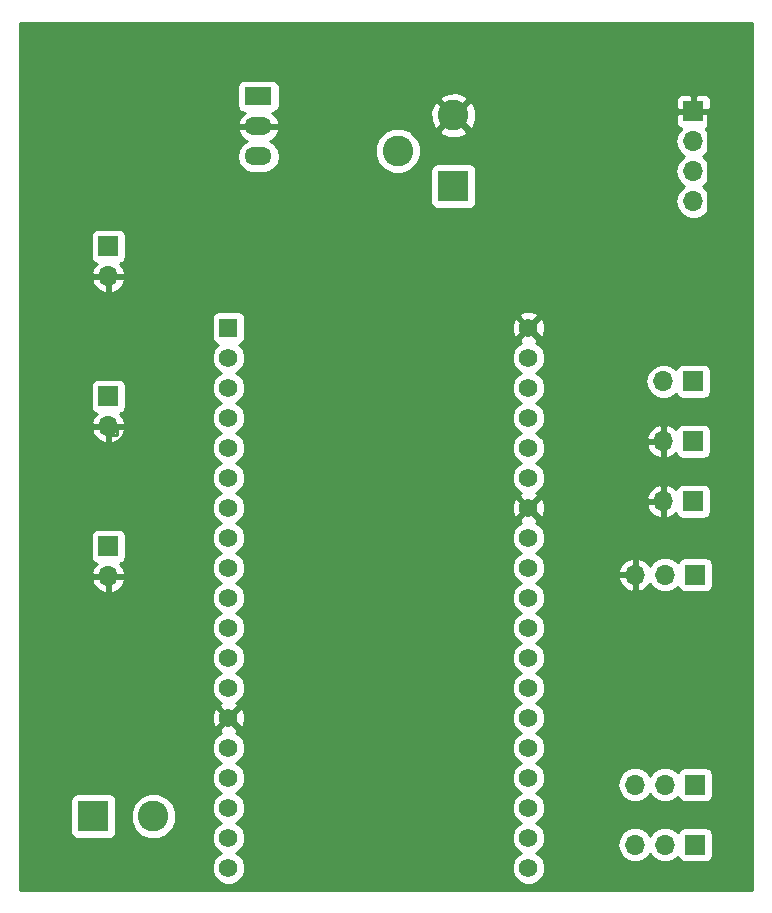
<source format=gbr>
G04 #@! TF.GenerationSoftware,KiCad,Pcbnew,5.0.1-33cea8e~68~ubuntu18.04.1*
G04 #@! TF.CreationDate,2018-11-19T17:19:21-08:00*
G04 #@! TF.ProjectId,Bioreactor,42696F72656163746F722E6B69636164,rev?*
G04 #@! TF.SameCoordinates,Original*
G04 #@! TF.FileFunction,Copper,L2,Bot,Signal*
G04 #@! TF.FilePolarity,Positive*
%FSLAX46Y46*%
G04 Gerber Fmt 4.6, Leading zero omitted, Abs format (unit mm)*
G04 Created by KiCad (PCBNEW 5.0.1-33cea8e~68~ubuntu18.04.1) date Mon 19 Nov 2018 05:19:21 PM PST*
%MOMM*%
%LPD*%
G01*
G04 APERTURE LIST*
G04 #@! TA.AperFunction,ComponentPad*
%ADD10R,1.560000X1.560000*%
G04 #@! TD*
G04 #@! TA.AperFunction,ComponentPad*
%ADD11C,1.560000*%
G04 #@! TD*
G04 #@! TA.AperFunction,ComponentPad*
%ADD12R,2.600000X2.600000*%
G04 #@! TD*
G04 #@! TA.AperFunction,ComponentPad*
%ADD13C,2.600000*%
G04 #@! TD*
G04 #@! TA.AperFunction,ComponentPad*
%ADD14O,1.700000X1.700000*%
G04 #@! TD*
G04 #@! TA.AperFunction,ComponentPad*
%ADD15R,1.700000X1.700000*%
G04 #@! TD*
G04 #@! TA.AperFunction,ComponentPad*
%ADD16R,2.300000X1.500000*%
G04 #@! TD*
G04 #@! TA.AperFunction,ComponentPad*
%ADD17O,2.300000X1.500000*%
G04 #@! TD*
G04 #@! TA.AperFunction,ViaPad*
%ADD18C,0.800000*%
G04 #@! TD*
G04 #@! TA.AperFunction,Conductor*
%ADD19C,0.250000*%
G04 #@! TD*
G04 #@! TA.AperFunction,Conductor*
%ADD20C,0.254000*%
G04 #@! TD*
G04 APERTURE END LIST*
D10*
G04 #@! TO.P,U3,1*
G04 #@! TO.N,+3V3*
X191770000Y-92000000D03*
D11*
G04 #@! TO.P,U3,2*
G04 #@! TO.N,Net-(U3-Pad2)*
X191770000Y-94540000D03*
G04 #@! TO.P,U3,19*
G04 #@! TO.N,+5V*
X191770000Y-137720000D03*
G04 #@! TO.P,U3,3*
G04 #@! TO.N,Net-(U3-Pad3)*
X191770000Y-97080000D03*
G04 #@! TO.P,U3,4*
G04 #@! TO.N,Net-(U3-Pad4)*
X191770000Y-99620000D03*
G04 #@! TO.P,U3,5*
G04 #@! TO.N,AMPLITUDE*
X191770000Y-102160000D03*
G04 #@! TO.P,U3,6*
G04 #@! TO.N,PHASE*
X191770000Y-104700000D03*
G04 #@! TO.P,U3,7*
G04 #@! TO.N,TRIGGER*
X191770000Y-107240000D03*
G04 #@! TO.P,U3,8*
G04 #@! TO.N,Net-(U3-Pad8)*
X191770000Y-109780000D03*
G04 #@! TO.P,U3,9*
G04 #@! TO.N,SCK*
X191770000Y-112320000D03*
G04 #@! TO.P,U3,10*
G04 #@! TO.N,MISO*
X191770000Y-114860000D03*
G04 #@! TO.P,U3,11*
G04 #@! TO.N,CS*
X191770000Y-117400000D03*
G04 #@! TO.P,U3,12*
G04 #@! TO.N,Net-(U3-Pad12)*
X191770000Y-119940000D03*
G04 #@! TO.P,U3,13*
G04 #@! TO.N,Net-(U3-Pad13)*
X191770000Y-122480000D03*
G04 #@! TO.P,U3,14*
G04 #@! TO.N,GND*
X191770000Y-125020000D03*
G04 #@! TO.P,U3,15*
G04 #@! TO.N,Net-(U3-Pad15)*
X191770000Y-127560000D03*
G04 #@! TO.P,U3,16*
G04 #@! TO.N,Net-(U3-Pad16)*
X191770000Y-130100000D03*
G04 #@! TO.P,U3,17*
G04 #@! TO.N,Net-(U3-Pad17)*
X191770000Y-132640000D03*
G04 #@! TO.P,U3,18*
G04 #@! TO.N,Net-(U3-Pad18)*
X191770000Y-135180000D03*
G04 #@! TO.P,U3,20*
G04 #@! TO.N,GND*
X217170000Y-92000000D03*
G04 #@! TO.P,U3,21*
G04 #@! TO.N,SDA*
X217170000Y-94540000D03*
G04 #@! TO.P,U3,22*
G04 #@! TO.N,SCL*
X217170000Y-97080000D03*
G04 #@! TO.P,U3,23*
G04 #@! TO.N,Net-(U3-Pad23)*
X217170000Y-99620000D03*
G04 #@! TO.P,U3,24*
G04 #@! TO.N,Net-(U3-Pad24)*
X217170000Y-102160000D03*
G04 #@! TO.P,U3,25*
G04 #@! TO.N,Net-(U3-Pad25)*
X217170000Y-104700000D03*
G04 #@! TO.P,U3,26*
G04 #@! TO.N,GND*
X217170000Y-107240000D03*
G04 #@! TO.P,U3,27*
G04 #@! TO.N,DIR*
X217170000Y-109780000D03*
G04 #@! TO.P,U3,28*
G04 #@! TO.N,STEP*
X217170000Y-112320000D03*
G04 #@! TO.P,U3,29*
G04 #@! TO.N,Net-(U3-Pad29)*
X217170000Y-114860000D03*
G04 #@! TO.P,U3,30*
G04 #@! TO.N,TEMP*
X217170000Y-117400000D03*
G04 #@! TO.P,U3,31*
G04 #@! TO.N,CO2*
X217170000Y-119940000D03*
G04 #@! TO.P,U3,32*
G04 #@! TO.N,Net-(U3-Pad32)*
X217170000Y-122480000D03*
G04 #@! TO.P,U3,33*
G04 #@! TO.N,Net-(U3-Pad33)*
X217170000Y-125020000D03*
G04 #@! TO.P,U3,34*
G04 #@! TO.N,Net-(U3-Pad34)*
X217170000Y-127560000D03*
G04 #@! TO.P,U3,35*
G04 #@! TO.N,Net-(U3-Pad35)*
X217170000Y-130100000D03*
G04 #@! TO.P,U3,36*
G04 #@! TO.N,Net-(U3-Pad36)*
X217170000Y-132640000D03*
G04 #@! TO.P,U3,37*
G04 #@! TO.N,Net-(U3-Pad37)*
X217170000Y-135180000D03*
G04 #@! TO.P,U3,38*
G04 #@! TO.N,Net-(U3-Pad38)*
X217170000Y-137720000D03*
G04 #@! TD*
D12*
G04 #@! TO.P,J3,1*
G04 #@! TO.N,Net-(J3-Pad1)*
X180340000Y-133350000D03*
D13*
G04 #@! TO.P,J3,2*
G04 #@! TO.N,Net-(J3-Pad2)*
X185420000Y-133350000D03*
G04 #@! TD*
D14*
G04 #@! TO.P,J8,2*
G04 #@! TO.N,GND*
X181610000Y-113030000D03*
D15*
G04 #@! TO.P,J8,1*
G04 #@! TO.N,TRIGGER*
X181610000Y-110490000D03*
G04 #@! TD*
D14*
G04 #@! TO.P,J5,2*
G04 #@! TO.N,GND*
X181610000Y-87630000D03*
D15*
G04 #@! TO.P,J5,1*
G04 #@! TO.N,AMPLITUDE*
X181610000Y-85090000D03*
G04 #@! TD*
G04 #@! TO.P,J7,1*
G04 #@! TO.N,PHASE*
X181610000Y-97790000D03*
D14*
G04 #@! TO.P,J7,2*
G04 #@! TO.N,GND*
X181610000Y-100330000D03*
G04 #@! TD*
D15*
G04 #@! TO.P,J1,1*
G04 #@! TO.N,Net-(J1-Pad1)*
X231282000Y-130673000D03*
D14*
G04 #@! TO.P,J1,2*
G04 #@! TO.N,Net-(J1-Pad2)*
X228742000Y-130673000D03*
G04 #@! TO.P,J1,3*
G04 #@! TO.N,+5V*
X226202000Y-130673000D03*
G04 #@! TD*
G04 #@! TO.P,J2,3*
G04 #@! TO.N,GND*
X226202000Y-112893000D03*
G04 #@! TO.P,J2,2*
G04 #@! TO.N,SDA*
X228742000Y-112893000D03*
D15*
G04 #@! TO.P,J2,1*
G04 #@! TO.N,SCL*
X231282000Y-112893000D03*
G04 #@! TD*
D12*
G04 #@! TO.P,J4,1*
G04 #@! TO.N,Net-(J4-Pad1)*
X210820000Y-80010000D03*
D13*
G04 #@! TO.P,J4,2*
G04 #@! TO.N,GND*
X210820000Y-74010000D03*
G04 #@! TO.P,J4,3*
G04 #@! TO.N,N/C*
X206120000Y-77010000D03*
G04 #@! TD*
D15*
G04 #@! TO.P,J6,1*
G04 #@! TO.N,GND*
X231140000Y-73660000D03*
D14*
G04 #@! TO.P,J6,2*
G04 #@! TO.N,+5V*
X231140000Y-76200000D03*
G04 #@! TO.P,J6,3*
G04 #@! TO.N,SDA*
X231140000Y-78740000D03*
G04 #@! TO.P,J6,4*
G04 #@! TO.N,SCL*
X231140000Y-81280000D03*
G04 #@! TD*
D15*
G04 #@! TO.P,J10,1*
G04 #@! TO.N,STEP*
X231140000Y-96520000D03*
D14*
G04 #@! TO.P,J10,2*
G04 #@! TO.N,DIR*
X228600000Y-96520000D03*
G04 #@! TD*
G04 #@! TO.P,J11,2*
G04 #@! TO.N,GND*
X228600000Y-101600000D03*
D15*
G04 #@! TO.P,J11,1*
G04 #@! TO.N,TEMP*
X231140000Y-101600000D03*
G04 #@! TD*
G04 #@! TO.P,J12,1*
G04 #@! TO.N,CO2*
X231140000Y-106680000D03*
D14*
G04 #@! TO.P,J12,2*
G04 #@! TO.N,GND*
X228600000Y-106680000D03*
G04 #@! TD*
D16*
G04 #@! TO.P,U1,1*
G04 #@! TO.N,Net-(J4-Pad1)*
X194310000Y-72390000D03*
D17*
G04 #@! TO.P,U1,2*
G04 #@! TO.N,GND*
X194310000Y-74930000D03*
G04 #@! TO.P,U1,3*
G04 #@! TO.N,+5V*
X194310000Y-77470000D03*
G04 #@! TD*
D15*
G04 #@! TO.P,J9,1*
G04 #@! TO.N,Net-(J1-Pad1)*
X231282000Y-135753000D03*
D14*
G04 #@! TO.P,J9,2*
G04 #@! TO.N,Net-(J1-Pad2)*
X228742000Y-135753000D03*
G04 #@! TO.P,J9,3*
G04 #@! TO.N,+5V*
X226202000Y-135753000D03*
G04 #@! TD*
D18*
G04 #@! TO.N,GND*
X232410000Y-90170000D03*
G04 #@! TD*
D19*
G04 #@! TO.N,GND*
X181610000Y-100330000D02*
X182335000Y-100641800D01*
X182335000Y-100641800D02*
X182335000Y-101055000D01*
X182335000Y-101055000D02*
X181423400Y-101055000D01*
X232410000Y-73830000D02*
X232240000Y-73660000D01*
X232240000Y-73660000D02*
X231140000Y-73660000D01*
X232410000Y-90170000D02*
X232410000Y-73830000D01*
G04 #@! TD*
D20*
G04 #@! TO.N,GND*
G36*
X236093000Y-139573000D02*
X174117000Y-139573000D01*
X174117000Y-132050000D01*
X178392560Y-132050000D01*
X178392560Y-134650000D01*
X178441843Y-134897765D01*
X178582191Y-135107809D01*
X178792235Y-135248157D01*
X179040000Y-135297440D01*
X181640000Y-135297440D01*
X181887765Y-135248157D01*
X182097809Y-135107809D01*
X182238157Y-134897765D01*
X182287440Y-134650000D01*
X182287440Y-132965105D01*
X183485000Y-132965105D01*
X183485000Y-133734895D01*
X183779586Y-134446090D01*
X184323910Y-134990414D01*
X185035105Y-135285000D01*
X185804895Y-135285000D01*
X186516090Y-134990414D01*
X187060414Y-134446090D01*
X187355000Y-133734895D01*
X187355000Y-132965105D01*
X187060414Y-132253910D01*
X186516090Y-131709586D01*
X185804895Y-131415000D01*
X185035105Y-131415000D01*
X184323910Y-131709586D01*
X183779586Y-132253910D01*
X183485000Y-132965105D01*
X182287440Y-132965105D01*
X182287440Y-132050000D01*
X182238157Y-131802235D01*
X182097809Y-131592191D01*
X181887765Y-131451843D01*
X181640000Y-131402560D01*
X179040000Y-131402560D01*
X178792235Y-131451843D01*
X178582191Y-131592191D01*
X178441843Y-131802235D01*
X178392560Y-132050000D01*
X174117000Y-132050000D01*
X174117000Y-127278539D01*
X190355000Y-127278539D01*
X190355000Y-127841461D01*
X190570421Y-128361533D01*
X190968467Y-128759579D01*
X191138478Y-128830000D01*
X190968467Y-128900421D01*
X190570421Y-129298467D01*
X190355000Y-129818539D01*
X190355000Y-130381461D01*
X190570421Y-130901533D01*
X190968467Y-131299579D01*
X191138478Y-131370000D01*
X190968467Y-131440421D01*
X190570421Y-131838467D01*
X190355000Y-132358539D01*
X190355000Y-132921461D01*
X190570421Y-133441533D01*
X190968467Y-133839579D01*
X191138478Y-133910000D01*
X190968467Y-133980421D01*
X190570421Y-134378467D01*
X190355000Y-134898539D01*
X190355000Y-135461461D01*
X190570421Y-135981533D01*
X190968467Y-136379579D01*
X191138478Y-136450000D01*
X190968467Y-136520421D01*
X190570421Y-136918467D01*
X190355000Y-137438539D01*
X190355000Y-138001461D01*
X190570421Y-138521533D01*
X190968467Y-138919579D01*
X191488539Y-139135000D01*
X192051461Y-139135000D01*
X192571533Y-138919579D01*
X192969579Y-138521533D01*
X193185000Y-138001461D01*
X193185000Y-137438539D01*
X192969579Y-136918467D01*
X192571533Y-136520421D01*
X192401522Y-136450000D01*
X192571533Y-136379579D01*
X192969579Y-135981533D01*
X193185000Y-135461461D01*
X193185000Y-134898539D01*
X192969579Y-134378467D01*
X192571533Y-133980421D01*
X192401522Y-133910000D01*
X192571533Y-133839579D01*
X192969579Y-133441533D01*
X193185000Y-132921461D01*
X193185000Y-132358539D01*
X192969579Y-131838467D01*
X192571533Y-131440421D01*
X192401522Y-131370000D01*
X192571533Y-131299579D01*
X192969579Y-130901533D01*
X193185000Y-130381461D01*
X193185000Y-129818539D01*
X192969579Y-129298467D01*
X192571533Y-128900421D01*
X192401522Y-128830000D01*
X192571533Y-128759579D01*
X192969579Y-128361533D01*
X193185000Y-127841461D01*
X193185000Y-127278539D01*
X192969579Y-126758467D01*
X192571533Y-126360421D01*
X192417278Y-126296527D01*
X192511972Y-126257303D01*
X192583650Y-126013255D01*
X191770000Y-125199605D01*
X190956350Y-126013255D01*
X191028028Y-126257303D01*
X191129609Y-126293674D01*
X190968467Y-126360421D01*
X190570421Y-126758467D01*
X190355000Y-127278539D01*
X174117000Y-127278539D01*
X174117000Y-124808003D01*
X190342940Y-124808003D01*
X190370441Y-125370252D01*
X190532697Y-125761972D01*
X190776745Y-125833650D01*
X191590395Y-125020000D01*
X191949605Y-125020000D01*
X192763255Y-125833650D01*
X193007303Y-125761972D01*
X193197060Y-125231997D01*
X193169559Y-124669748D01*
X193007303Y-124278028D01*
X192763255Y-124206350D01*
X191949605Y-125020000D01*
X191590395Y-125020000D01*
X190776745Y-124206350D01*
X190532697Y-124278028D01*
X190342940Y-124808003D01*
X174117000Y-124808003D01*
X174117000Y-113386890D01*
X180168524Y-113386890D01*
X180338355Y-113796924D01*
X180728642Y-114225183D01*
X181253108Y-114471486D01*
X181483000Y-114350819D01*
X181483000Y-113157000D01*
X181737000Y-113157000D01*
X181737000Y-114350819D01*
X181966892Y-114471486D01*
X182491358Y-114225183D01*
X182881645Y-113796924D01*
X183051476Y-113386890D01*
X182930155Y-113157000D01*
X181737000Y-113157000D01*
X181483000Y-113157000D01*
X180289845Y-113157000D01*
X180168524Y-113386890D01*
X174117000Y-113386890D01*
X174117000Y-109640000D01*
X180112560Y-109640000D01*
X180112560Y-111340000D01*
X180161843Y-111587765D01*
X180302191Y-111797809D01*
X180512235Y-111938157D01*
X180615708Y-111958739D01*
X180338355Y-112263076D01*
X180168524Y-112673110D01*
X180289845Y-112903000D01*
X181483000Y-112903000D01*
X181483000Y-112883000D01*
X181737000Y-112883000D01*
X181737000Y-112903000D01*
X182930155Y-112903000D01*
X183051476Y-112673110D01*
X182881645Y-112263076D01*
X182604292Y-111958739D01*
X182707765Y-111938157D01*
X182917809Y-111797809D01*
X183058157Y-111587765D01*
X183107440Y-111340000D01*
X183107440Y-109640000D01*
X183058157Y-109392235D01*
X182917809Y-109182191D01*
X182707765Y-109041843D01*
X182460000Y-108992560D01*
X180760000Y-108992560D01*
X180512235Y-109041843D01*
X180302191Y-109182191D01*
X180161843Y-109392235D01*
X180112560Y-109640000D01*
X174117000Y-109640000D01*
X174117000Y-100686890D01*
X180168524Y-100686890D01*
X180338355Y-101096924D01*
X180728642Y-101525183D01*
X181253108Y-101771486D01*
X181483000Y-101650819D01*
X181483000Y-100457000D01*
X181737000Y-100457000D01*
X181737000Y-101650819D01*
X181966892Y-101771486D01*
X182491358Y-101525183D01*
X182881645Y-101096924D01*
X183051476Y-100686890D01*
X182930155Y-100457000D01*
X181737000Y-100457000D01*
X181483000Y-100457000D01*
X180289845Y-100457000D01*
X180168524Y-100686890D01*
X174117000Y-100686890D01*
X174117000Y-96940000D01*
X180112560Y-96940000D01*
X180112560Y-98640000D01*
X180161843Y-98887765D01*
X180302191Y-99097809D01*
X180512235Y-99238157D01*
X180615708Y-99258739D01*
X180338355Y-99563076D01*
X180168524Y-99973110D01*
X180289845Y-100203000D01*
X181483000Y-100203000D01*
X181483000Y-100183000D01*
X181737000Y-100183000D01*
X181737000Y-100203000D01*
X182930155Y-100203000D01*
X183051476Y-99973110D01*
X182881645Y-99563076D01*
X182604292Y-99258739D01*
X182707765Y-99238157D01*
X182917809Y-99097809D01*
X183058157Y-98887765D01*
X183107440Y-98640000D01*
X183107440Y-96940000D01*
X183058157Y-96692235D01*
X182917809Y-96482191D01*
X182707765Y-96341843D01*
X182460000Y-96292560D01*
X180760000Y-96292560D01*
X180512235Y-96341843D01*
X180302191Y-96482191D01*
X180161843Y-96692235D01*
X180112560Y-96940000D01*
X174117000Y-96940000D01*
X174117000Y-91220000D01*
X190342560Y-91220000D01*
X190342560Y-92780000D01*
X190391843Y-93027765D01*
X190532191Y-93237809D01*
X190742235Y-93378157D01*
X190899458Y-93409430D01*
X190570421Y-93738467D01*
X190355000Y-94258539D01*
X190355000Y-94821461D01*
X190570421Y-95341533D01*
X190968467Y-95739579D01*
X191138478Y-95810000D01*
X190968467Y-95880421D01*
X190570421Y-96278467D01*
X190355000Y-96798539D01*
X190355000Y-97361461D01*
X190570421Y-97881533D01*
X190968467Y-98279579D01*
X191138478Y-98350000D01*
X190968467Y-98420421D01*
X190570421Y-98818467D01*
X190355000Y-99338539D01*
X190355000Y-99901461D01*
X190570421Y-100421533D01*
X190968467Y-100819579D01*
X191138478Y-100890000D01*
X190968467Y-100960421D01*
X190570421Y-101358467D01*
X190355000Y-101878539D01*
X190355000Y-102441461D01*
X190570421Y-102961533D01*
X190968467Y-103359579D01*
X191138478Y-103430000D01*
X190968467Y-103500421D01*
X190570421Y-103898467D01*
X190355000Y-104418539D01*
X190355000Y-104981461D01*
X190570421Y-105501533D01*
X190968467Y-105899579D01*
X191138478Y-105970000D01*
X190968467Y-106040421D01*
X190570421Y-106438467D01*
X190355000Y-106958539D01*
X190355000Y-107521461D01*
X190570421Y-108041533D01*
X190968467Y-108439579D01*
X191138478Y-108510000D01*
X190968467Y-108580421D01*
X190570421Y-108978467D01*
X190355000Y-109498539D01*
X190355000Y-110061461D01*
X190570421Y-110581533D01*
X190968467Y-110979579D01*
X191138478Y-111050000D01*
X190968467Y-111120421D01*
X190570421Y-111518467D01*
X190355000Y-112038539D01*
X190355000Y-112601461D01*
X190570421Y-113121533D01*
X190968467Y-113519579D01*
X191138478Y-113590000D01*
X190968467Y-113660421D01*
X190570421Y-114058467D01*
X190355000Y-114578539D01*
X190355000Y-115141461D01*
X190570421Y-115661533D01*
X190968467Y-116059579D01*
X191138478Y-116130000D01*
X190968467Y-116200421D01*
X190570421Y-116598467D01*
X190355000Y-117118539D01*
X190355000Y-117681461D01*
X190570421Y-118201533D01*
X190968467Y-118599579D01*
X191138478Y-118670000D01*
X190968467Y-118740421D01*
X190570421Y-119138467D01*
X190355000Y-119658539D01*
X190355000Y-120221461D01*
X190570421Y-120741533D01*
X190968467Y-121139579D01*
X191138478Y-121210000D01*
X190968467Y-121280421D01*
X190570421Y-121678467D01*
X190355000Y-122198539D01*
X190355000Y-122761461D01*
X190570421Y-123281533D01*
X190968467Y-123679579D01*
X191122722Y-123743473D01*
X191028028Y-123782697D01*
X190956350Y-124026745D01*
X191770000Y-124840395D01*
X192583650Y-124026745D01*
X192511972Y-123782697D01*
X192410391Y-123746326D01*
X192571533Y-123679579D01*
X192969579Y-123281533D01*
X193185000Y-122761461D01*
X193185000Y-122198539D01*
X192969579Y-121678467D01*
X192571533Y-121280421D01*
X192401522Y-121210000D01*
X192571533Y-121139579D01*
X192969579Y-120741533D01*
X193185000Y-120221461D01*
X193185000Y-119658539D01*
X192969579Y-119138467D01*
X192571533Y-118740421D01*
X192401522Y-118670000D01*
X192571533Y-118599579D01*
X192969579Y-118201533D01*
X193185000Y-117681461D01*
X193185000Y-117118539D01*
X192969579Y-116598467D01*
X192571533Y-116200421D01*
X192401522Y-116130000D01*
X192571533Y-116059579D01*
X192969579Y-115661533D01*
X193185000Y-115141461D01*
X193185000Y-114578539D01*
X192969579Y-114058467D01*
X192571533Y-113660421D01*
X192401522Y-113590000D01*
X192571533Y-113519579D01*
X192969579Y-113121533D01*
X193185000Y-112601461D01*
X193185000Y-112038539D01*
X192969579Y-111518467D01*
X192571533Y-111120421D01*
X192401522Y-111050000D01*
X192571533Y-110979579D01*
X192969579Y-110581533D01*
X193185000Y-110061461D01*
X193185000Y-109498539D01*
X215755000Y-109498539D01*
X215755000Y-110061461D01*
X215970421Y-110581533D01*
X216368467Y-110979579D01*
X216538478Y-111050000D01*
X216368467Y-111120421D01*
X215970421Y-111518467D01*
X215755000Y-112038539D01*
X215755000Y-112601461D01*
X215970421Y-113121533D01*
X216368467Y-113519579D01*
X216538478Y-113590000D01*
X216368467Y-113660421D01*
X215970421Y-114058467D01*
X215755000Y-114578539D01*
X215755000Y-115141461D01*
X215970421Y-115661533D01*
X216368467Y-116059579D01*
X216538478Y-116130000D01*
X216368467Y-116200421D01*
X215970421Y-116598467D01*
X215755000Y-117118539D01*
X215755000Y-117681461D01*
X215970421Y-118201533D01*
X216368467Y-118599579D01*
X216538478Y-118670000D01*
X216368467Y-118740421D01*
X215970421Y-119138467D01*
X215755000Y-119658539D01*
X215755000Y-120221461D01*
X215970421Y-120741533D01*
X216368467Y-121139579D01*
X216538478Y-121210000D01*
X216368467Y-121280421D01*
X215970421Y-121678467D01*
X215755000Y-122198539D01*
X215755000Y-122761461D01*
X215970421Y-123281533D01*
X216368467Y-123679579D01*
X216538478Y-123750000D01*
X216368467Y-123820421D01*
X215970421Y-124218467D01*
X215755000Y-124738539D01*
X215755000Y-125301461D01*
X215970421Y-125821533D01*
X216368467Y-126219579D01*
X216538478Y-126290000D01*
X216368467Y-126360421D01*
X215970421Y-126758467D01*
X215755000Y-127278539D01*
X215755000Y-127841461D01*
X215970421Y-128361533D01*
X216368467Y-128759579D01*
X216538478Y-128830000D01*
X216368467Y-128900421D01*
X215970421Y-129298467D01*
X215755000Y-129818539D01*
X215755000Y-130381461D01*
X215970421Y-130901533D01*
X216368467Y-131299579D01*
X216538478Y-131370000D01*
X216368467Y-131440421D01*
X215970421Y-131838467D01*
X215755000Y-132358539D01*
X215755000Y-132921461D01*
X215970421Y-133441533D01*
X216368467Y-133839579D01*
X216538478Y-133910000D01*
X216368467Y-133980421D01*
X215970421Y-134378467D01*
X215755000Y-134898539D01*
X215755000Y-135461461D01*
X215970421Y-135981533D01*
X216368467Y-136379579D01*
X216538478Y-136450000D01*
X216368467Y-136520421D01*
X215970421Y-136918467D01*
X215755000Y-137438539D01*
X215755000Y-138001461D01*
X215970421Y-138521533D01*
X216368467Y-138919579D01*
X216888539Y-139135000D01*
X217451461Y-139135000D01*
X217971533Y-138919579D01*
X218369579Y-138521533D01*
X218585000Y-138001461D01*
X218585000Y-137438539D01*
X218369579Y-136918467D01*
X217971533Y-136520421D01*
X217801522Y-136450000D01*
X217971533Y-136379579D01*
X218369579Y-135981533D01*
X218464240Y-135753000D01*
X224687908Y-135753000D01*
X224803161Y-136332418D01*
X225131375Y-136823625D01*
X225622582Y-137151839D01*
X226055744Y-137238000D01*
X226348256Y-137238000D01*
X226781418Y-137151839D01*
X227272625Y-136823625D01*
X227472000Y-136525239D01*
X227671375Y-136823625D01*
X228162582Y-137151839D01*
X228595744Y-137238000D01*
X228888256Y-137238000D01*
X229321418Y-137151839D01*
X229812625Y-136823625D01*
X229824816Y-136805381D01*
X229833843Y-136850765D01*
X229974191Y-137060809D01*
X230184235Y-137201157D01*
X230432000Y-137250440D01*
X232132000Y-137250440D01*
X232379765Y-137201157D01*
X232589809Y-137060809D01*
X232730157Y-136850765D01*
X232779440Y-136603000D01*
X232779440Y-134903000D01*
X232730157Y-134655235D01*
X232589809Y-134445191D01*
X232379765Y-134304843D01*
X232132000Y-134255560D01*
X230432000Y-134255560D01*
X230184235Y-134304843D01*
X229974191Y-134445191D01*
X229833843Y-134655235D01*
X229824816Y-134700619D01*
X229812625Y-134682375D01*
X229321418Y-134354161D01*
X228888256Y-134268000D01*
X228595744Y-134268000D01*
X228162582Y-134354161D01*
X227671375Y-134682375D01*
X227472000Y-134980761D01*
X227272625Y-134682375D01*
X226781418Y-134354161D01*
X226348256Y-134268000D01*
X226055744Y-134268000D01*
X225622582Y-134354161D01*
X225131375Y-134682375D01*
X224803161Y-135173582D01*
X224687908Y-135753000D01*
X218464240Y-135753000D01*
X218585000Y-135461461D01*
X218585000Y-134898539D01*
X218369579Y-134378467D01*
X217971533Y-133980421D01*
X217801522Y-133910000D01*
X217971533Y-133839579D01*
X218369579Y-133441533D01*
X218585000Y-132921461D01*
X218585000Y-132358539D01*
X218369579Y-131838467D01*
X217971533Y-131440421D01*
X217801522Y-131370000D01*
X217971533Y-131299579D01*
X218369579Y-130901533D01*
X218464240Y-130673000D01*
X224687908Y-130673000D01*
X224803161Y-131252418D01*
X225131375Y-131743625D01*
X225622582Y-132071839D01*
X226055744Y-132158000D01*
X226348256Y-132158000D01*
X226781418Y-132071839D01*
X227272625Y-131743625D01*
X227472000Y-131445239D01*
X227671375Y-131743625D01*
X228162582Y-132071839D01*
X228595744Y-132158000D01*
X228888256Y-132158000D01*
X229321418Y-132071839D01*
X229812625Y-131743625D01*
X229824816Y-131725381D01*
X229833843Y-131770765D01*
X229974191Y-131980809D01*
X230184235Y-132121157D01*
X230432000Y-132170440D01*
X232132000Y-132170440D01*
X232379765Y-132121157D01*
X232589809Y-131980809D01*
X232730157Y-131770765D01*
X232779440Y-131523000D01*
X232779440Y-129823000D01*
X232730157Y-129575235D01*
X232589809Y-129365191D01*
X232379765Y-129224843D01*
X232132000Y-129175560D01*
X230432000Y-129175560D01*
X230184235Y-129224843D01*
X229974191Y-129365191D01*
X229833843Y-129575235D01*
X229824816Y-129620619D01*
X229812625Y-129602375D01*
X229321418Y-129274161D01*
X228888256Y-129188000D01*
X228595744Y-129188000D01*
X228162582Y-129274161D01*
X227671375Y-129602375D01*
X227472000Y-129900761D01*
X227272625Y-129602375D01*
X226781418Y-129274161D01*
X226348256Y-129188000D01*
X226055744Y-129188000D01*
X225622582Y-129274161D01*
X225131375Y-129602375D01*
X224803161Y-130093582D01*
X224687908Y-130673000D01*
X218464240Y-130673000D01*
X218585000Y-130381461D01*
X218585000Y-129818539D01*
X218369579Y-129298467D01*
X217971533Y-128900421D01*
X217801522Y-128830000D01*
X217971533Y-128759579D01*
X218369579Y-128361533D01*
X218585000Y-127841461D01*
X218585000Y-127278539D01*
X218369579Y-126758467D01*
X217971533Y-126360421D01*
X217801522Y-126290000D01*
X217971533Y-126219579D01*
X218369579Y-125821533D01*
X218585000Y-125301461D01*
X218585000Y-124738539D01*
X218369579Y-124218467D01*
X217971533Y-123820421D01*
X217801522Y-123750000D01*
X217971533Y-123679579D01*
X218369579Y-123281533D01*
X218585000Y-122761461D01*
X218585000Y-122198539D01*
X218369579Y-121678467D01*
X217971533Y-121280421D01*
X217801522Y-121210000D01*
X217971533Y-121139579D01*
X218369579Y-120741533D01*
X218585000Y-120221461D01*
X218585000Y-119658539D01*
X218369579Y-119138467D01*
X217971533Y-118740421D01*
X217801522Y-118670000D01*
X217971533Y-118599579D01*
X218369579Y-118201533D01*
X218585000Y-117681461D01*
X218585000Y-117118539D01*
X218369579Y-116598467D01*
X217971533Y-116200421D01*
X217801522Y-116130000D01*
X217971533Y-116059579D01*
X218369579Y-115661533D01*
X218585000Y-115141461D01*
X218585000Y-114578539D01*
X218369579Y-114058467D01*
X217971533Y-113660421D01*
X217801522Y-113590000D01*
X217971533Y-113519579D01*
X218241220Y-113249892D01*
X224760514Y-113249892D01*
X225006817Y-113774358D01*
X225435076Y-114164645D01*
X225845110Y-114334476D01*
X226075000Y-114213155D01*
X226075000Y-113020000D01*
X224881181Y-113020000D01*
X224760514Y-113249892D01*
X218241220Y-113249892D01*
X218369579Y-113121533D01*
X218585000Y-112601461D01*
X218585000Y-112536108D01*
X224760514Y-112536108D01*
X224881181Y-112766000D01*
X226075000Y-112766000D01*
X226075000Y-111572845D01*
X226329000Y-111572845D01*
X226329000Y-112766000D01*
X226349000Y-112766000D01*
X226349000Y-113020000D01*
X226329000Y-113020000D01*
X226329000Y-114213155D01*
X226558890Y-114334476D01*
X226968924Y-114164645D01*
X227397183Y-113774358D01*
X227458157Y-113644522D01*
X227671375Y-113963625D01*
X228162582Y-114291839D01*
X228595744Y-114378000D01*
X228888256Y-114378000D01*
X229321418Y-114291839D01*
X229812625Y-113963625D01*
X229824816Y-113945381D01*
X229833843Y-113990765D01*
X229974191Y-114200809D01*
X230184235Y-114341157D01*
X230432000Y-114390440D01*
X232132000Y-114390440D01*
X232379765Y-114341157D01*
X232589809Y-114200809D01*
X232730157Y-113990765D01*
X232779440Y-113743000D01*
X232779440Y-112043000D01*
X232730157Y-111795235D01*
X232589809Y-111585191D01*
X232379765Y-111444843D01*
X232132000Y-111395560D01*
X230432000Y-111395560D01*
X230184235Y-111444843D01*
X229974191Y-111585191D01*
X229833843Y-111795235D01*
X229824816Y-111840619D01*
X229812625Y-111822375D01*
X229321418Y-111494161D01*
X228888256Y-111408000D01*
X228595744Y-111408000D01*
X228162582Y-111494161D01*
X227671375Y-111822375D01*
X227458157Y-112141478D01*
X227397183Y-112011642D01*
X226968924Y-111621355D01*
X226558890Y-111451524D01*
X226329000Y-111572845D01*
X226075000Y-111572845D01*
X225845110Y-111451524D01*
X225435076Y-111621355D01*
X225006817Y-112011642D01*
X224760514Y-112536108D01*
X218585000Y-112536108D01*
X218585000Y-112038539D01*
X218369579Y-111518467D01*
X217971533Y-111120421D01*
X217801522Y-111050000D01*
X217971533Y-110979579D01*
X218369579Y-110581533D01*
X218585000Y-110061461D01*
X218585000Y-109498539D01*
X218369579Y-108978467D01*
X217971533Y-108580421D01*
X217817278Y-108516527D01*
X217911972Y-108477303D01*
X217983650Y-108233255D01*
X217170000Y-107419605D01*
X216356350Y-108233255D01*
X216428028Y-108477303D01*
X216529609Y-108513674D01*
X216368467Y-108580421D01*
X215970421Y-108978467D01*
X215755000Y-109498539D01*
X193185000Y-109498539D01*
X192969579Y-108978467D01*
X192571533Y-108580421D01*
X192401522Y-108510000D01*
X192571533Y-108439579D01*
X192969579Y-108041533D01*
X193185000Y-107521461D01*
X193185000Y-107028003D01*
X215742940Y-107028003D01*
X215770441Y-107590252D01*
X215932697Y-107981972D01*
X216176745Y-108053650D01*
X216990395Y-107240000D01*
X217349605Y-107240000D01*
X218163255Y-108053650D01*
X218407303Y-107981972D01*
X218597060Y-107451997D01*
X218576757Y-107036892D01*
X227158514Y-107036892D01*
X227404817Y-107561358D01*
X227833076Y-107951645D01*
X228243110Y-108121476D01*
X228473000Y-108000155D01*
X228473000Y-106807000D01*
X227279181Y-106807000D01*
X227158514Y-107036892D01*
X218576757Y-107036892D01*
X218569559Y-106889748D01*
X218407303Y-106498028D01*
X218163255Y-106426350D01*
X217349605Y-107240000D01*
X216990395Y-107240000D01*
X216176745Y-106426350D01*
X215932697Y-106498028D01*
X215742940Y-107028003D01*
X193185000Y-107028003D01*
X193185000Y-106958539D01*
X192969579Y-106438467D01*
X192571533Y-106040421D01*
X192401522Y-105970000D01*
X192571533Y-105899579D01*
X192969579Y-105501533D01*
X193185000Y-104981461D01*
X193185000Y-104418539D01*
X192969579Y-103898467D01*
X192571533Y-103500421D01*
X192401522Y-103430000D01*
X192571533Y-103359579D01*
X192969579Y-102961533D01*
X193185000Y-102441461D01*
X193185000Y-101878539D01*
X192969579Y-101358467D01*
X192571533Y-100960421D01*
X192401522Y-100890000D01*
X192571533Y-100819579D01*
X192969579Y-100421533D01*
X193185000Y-99901461D01*
X193185000Y-99338539D01*
X192969579Y-98818467D01*
X192571533Y-98420421D01*
X192401522Y-98350000D01*
X192571533Y-98279579D01*
X192969579Y-97881533D01*
X193185000Y-97361461D01*
X193185000Y-96798539D01*
X192969579Y-96278467D01*
X192571533Y-95880421D01*
X192401522Y-95810000D01*
X192571533Y-95739579D01*
X192969579Y-95341533D01*
X193185000Y-94821461D01*
X193185000Y-94258539D01*
X215755000Y-94258539D01*
X215755000Y-94821461D01*
X215970421Y-95341533D01*
X216368467Y-95739579D01*
X216538478Y-95810000D01*
X216368467Y-95880421D01*
X215970421Y-96278467D01*
X215755000Y-96798539D01*
X215755000Y-97361461D01*
X215970421Y-97881533D01*
X216368467Y-98279579D01*
X216538478Y-98350000D01*
X216368467Y-98420421D01*
X215970421Y-98818467D01*
X215755000Y-99338539D01*
X215755000Y-99901461D01*
X215970421Y-100421533D01*
X216368467Y-100819579D01*
X216538478Y-100890000D01*
X216368467Y-100960421D01*
X215970421Y-101358467D01*
X215755000Y-101878539D01*
X215755000Y-102441461D01*
X215970421Y-102961533D01*
X216368467Y-103359579D01*
X216538478Y-103430000D01*
X216368467Y-103500421D01*
X215970421Y-103898467D01*
X215755000Y-104418539D01*
X215755000Y-104981461D01*
X215970421Y-105501533D01*
X216368467Y-105899579D01*
X216522722Y-105963473D01*
X216428028Y-106002697D01*
X216356350Y-106246745D01*
X217170000Y-107060395D01*
X217907287Y-106323108D01*
X227158514Y-106323108D01*
X227279181Y-106553000D01*
X228473000Y-106553000D01*
X228473000Y-105359845D01*
X228727000Y-105359845D01*
X228727000Y-106553000D01*
X228747000Y-106553000D01*
X228747000Y-106807000D01*
X228727000Y-106807000D01*
X228727000Y-108000155D01*
X228956890Y-108121476D01*
X229366924Y-107951645D01*
X229671261Y-107674292D01*
X229691843Y-107777765D01*
X229832191Y-107987809D01*
X230042235Y-108128157D01*
X230290000Y-108177440D01*
X231990000Y-108177440D01*
X232237765Y-108128157D01*
X232447809Y-107987809D01*
X232588157Y-107777765D01*
X232637440Y-107530000D01*
X232637440Y-105830000D01*
X232588157Y-105582235D01*
X232447809Y-105372191D01*
X232237765Y-105231843D01*
X231990000Y-105182560D01*
X230290000Y-105182560D01*
X230042235Y-105231843D01*
X229832191Y-105372191D01*
X229691843Y-105582235D01*
X229671261Y-105685708D01*
X229366924Y-105408355D01*
X228956890Y-105238524D01*
X228727000Y-105359845D01*
X228473000Y-105359845D01*
X228243110Y-105238524D01*
X227833076Y-105408355D01*
X227404817Y-105798642D01*
X227158514Y-106323108D01*
X217907287Y-106323108D01*
X217983650Y-106246745D01*
X217911972Y-106002697D01*
X217810391Y-105966326D01*
X217971533Y-105899579D01*
X218369579Y-105501533D01*
X218585000Y-104981461D01*
X218585000Y-104418539D01*
X218369579Y-103898467D01*
X217971533Y-103500421D01*
X217801522Y-103430000D01*
X217971533Y-103359579D01*
X218369579Y-102961533D01*
X218585000Y-102441461D01*
X218585000Y-101956892D01*
X227158514Y-101956892D01*
X227404817Y-102481358D01*
X227833076Y-102871645D01*
X228243110Y-103041476D01*
X228473000Y-102920155D01*
X228473000Y-101727000D01*
X227279181Y-101727000D01*
X227158514Y-101956892D01*
X218585000Y-101956892D01*
X218585000Y-101878539D01*
X218369579Y-101358467D01*
X218254220Y-101243108D01*
X227158514Y-101243108D01*
X227279181Y-101473000D01*
X228473000Y-101473000D01*
X228473000Y-100279845D01*
X228727000Y-100279845D01*
X228727000Y-101473000D01*
X228747000Y-101473000D01*
X228747000Y-101727000D01*
X228727000Y-101727000D01*
X228727000Y-102920155D01*
X228956890Y-103041476D01*
X229366924Y-102871645D01*
X229671261Y-102594292D01*
X229691843Y-102697765D01*
X229832191Y-102907809D01*
X230042235Y-103048157D01*
X230290000Y-103097440D01*
X231990000Y-103097440D01*
X232237765Y-103048157D01*
X232447809Y-102907809D01*
X232588157Y-102697765D01*
X232637440Y-102450000D01*
X232637440Y-100750000D01*
X232588157Y-100502235D01*
X232447809Y-100292191D01*
X232237765Y-100151843D01*
X231990000Y-100102560D01*
X230290000Y-100102560D01*
X230042235Y-100151843D01*
X229832191Y-100292191D01*
X229691843Y-100502235D01*
X229671261Y-100605708D01*
X229366924Y-100328355D01*
X228956890Y-100158524D01*
X228727000Y-100279845D01*
X228473000Y-100279845D01*
X228243110Y-100158524D01*
X227833076Y-100328355D01*
X227404817Y-100718642D01*
X227158514Y-101243108D01*
X218254220Y-101243108D01*
X217971533Y-100960421D01*
X217801522Y-100890000D01*
X217971533Y-100819579D01*
X218369579Y-100421533D01*
X218585000Y-99901461D01*
X218585000Y-99338539D01*
X218369579Y-98818467D01*
X217971533Y-98420421D01*
X217801522Y-98350000D01*
X217971533Y-98279579D01*
X218369579Y-97881533D01*
X218585000Y-97361461D01*
X218585000Y-96798539D01*
X218469626Y-96520000D01*
X227085908Y-96520000D01*
X227201161Y-97099418D01*
X227529375Y-97590625D01*
X228020582Y-97918839D01*
X228453744Y-98005000D01*
X228746256Y-98005000D01*
X229179418Y-97918839D01*
X229670625Y-97590625D01*
X229682816Y-97572381D01*
X229691843Y-97617765D01*
X229832191Y-97827809D01*
X230042235Y-97968157D01*
X230290000Y-98017440D01*
X231990000Y-98017440D01*
X232237765Y-97968157D01*
X232447809Y-97827809D01*
X232588157Y-97617765D01*
X232637440Y-97370000D01*
X232637440Y-95670000D01*
X232588157Y-95422235D01*
X232447809Y-95212191D01*
X232237765Y-95071843D01*
X231990000Y-95022560D01*
X230290000Y-95022560D01*
X230042235Y-95071843D01*
X229832191Y-95212191D01*
X229691843Y-95422235D01*
X229682816Y-95467619D01*
X229670625Y-95449375D01*
X229179418Y-95121161D01*
X228746256Y-95035000D01*
X228453744Y-95035000D01*
X228020582Y-95121161D01*
X227529375Y-95449375D01*
X227201161Y-95940582D01*
X227085908Y-96520000D01*
X218469626Y-96520000D01*
X218369579Y-96278467D01*
X217971533Y-95880421D01*
X217801522Y-95810000D01*
X217971533Y-95739579D01*
X218369579Y-95341533D01*
X218585000Y-94821461D01*
X218585000Y-94258539D01*
X218369579Y-93738467D01*
X217971533Y-93340421D01*
X217817278Y-93276527D01*
X217911972Y-93237303D01*
X217983650Y-92993255D01*
X217170000Y-92179605D01*
X216356350Y-92993255D01*
X216428028Y-93237303D01*
X216529609Y-93273674D01*
X216368467Y-93340421D01*
X215970421Y-93738467D01*
X215755000Y-94258539D01*
X193185000Y-94258539D01*
X192969579Y-93738467D01*
X192640542Y-93409430D01*
X192797765Y-93378157D01*
X193007809Y-93237809D01*
X193148157Y-93027765D01*
X193197440Y-92780000D01*
X193197440Y-91788003D01*
X215742940Y-91788003D01*
X215770441Y-92350252D01*
X215932697Y-92741972D01*
X216176745Y-92813650D01*
X216990395Y-92000000D01*
X217349605Y-92000000D01*
X218163255Y-92813650D01*
X218407303Y-92741972D01*
X218597060Y-92211997D01*
X218569559Y-91649748D01*
X218407303Y-91258028D01*
X218163255Y-91186350D01*
X217349605Y-92000000D01*
X216990395Y-92000000D01*
X216176745Y-91186350D01*
X215932697Y-91258028D01*
X215742940Y-91788003D01*
X193197440Y-91788003D01*
X193197440Y-91220000D01*
X193155022Y-91006745D01*
X216356350Y-91006745D01*
X217170000Y-91820395D01*
X217983650Y-91006745D01*
X217911972Y-90762697D01*
X217381997Y-90572940D01*
X216819748Y-90600441D01*
X216428028Y-90762697D01*
X216356350Y-91006745D01*
X193155022Y-91006745D01*
X193148157Y-90972235D01*
X193007809Y-90762191D01*
X192797765Y-90621843D01*
X192550000Y-90572560D01*
X190990000Y-90572560D01*
X190742235Y-90621843D01*
X190532191Y-90762191D01*
X190391843Y-90972235D01*
X190342560Y-91220000D01*
X174117000Y-91220000D01*
X174117000Y-87986890D01*
X180168524Y-87986890D01*
X180338355Y-88396924D01*
X180728642Y-88825183D01*
X181253108Y-89071486D01*
X181483000Y-88950819D01*
X181483000Y-87757000D01*
X181737000Y-87757000D01*
X181737000Y-88950819D01*
X181966892Y-89071486D01*
X182491358Y-88825183D01*
X182881645Y-88396924D01*
X183051476Y-87986890D01*
X182930155Y-87757000D01*
X181737000Y-87757000D01*
X181483000Y-87757000D01*
X180289845Y-87757000D01*
X180168524Y-87986890D01*
X174117000Y-87986890D01*
X174117000Y-84240000D01*
X180112560Y-84240000D01*
X180112560Y-85940000D01*
X180161843Y-86187765D01*
X180302191Y-86397809D01*
X180512235Y-86538157D01*
X180615708Y-86558739D01*
X180338355Y-86863076D01*
X180168524Y-87273110D01*
X180289845Y-87503000D01*
X181483000Y-87503000D01*
X181483000Y-87483000D01*
X181737000Y-87483000D01*
X181737000Y-87503000D01*
X182930155Y-87503000D01*
X183051476Y-87273110D01*
X182881645Y-86863076D01*
X182604292Y-86558739D01*
X182707765Y-86538157D01*
X182917809Y-86397809D01*
X183058157Y-86187765D01*
X183107440Y-85940000D01*
X183107440Y-84240000D01*
X183058157Y-83992235D01*
X182917809Y-83782191D01*
X182707765Y-83641843D01*
X182460000Y-83592560D01*
X180760000Y-83592560D01*
X180512235Y-83641843D01*
X180302191Y-83782191D01*
X180161843Y-83992235D01*
X180112560Y-84240000D01*
X174117000Y-84240000D01*
X174117000Y-77470000D01*
X192497867Y-77470000D01*
X192605359Y-78010400D01*
X192911471Y-78468529D01*
X193369600Y-78774641D01*
X193773593Y-78855000D01*
X194846407Y-78855000D01*
X195250400Y-78774641D01*
X195708529Y-78468529D01*
X196014641Y-78010400D01*
X196122133Y-77470000D01*
X196014641Y-76929600D01*
X195811184Y-76625105D01*
X204185000Y-76625105D01*
X204185000Y-77394895D01*
X204479586Y-78106090D01*
X205023910Y-78650414D01*
X205735105Y-78945000D01*
X206504895Y-78945000D01*
X207072236Y-78710000D01*
X208872560Y-78710000D01*
X208872560Y-81310000D01*
X208921843Y-81557765D01*
X209062191Y-81767809D01*
X209272235Y-81908157D01*
X209520000Y-81957440D01*
X212120000Y-81957440D01*
X212367765Y-81908157D01*
X212577809Y-81767809D01*
X212718157Y-81557765D01*
X212767440Y-81310000D01*
X212767440Y-78710000D01*
X212718157Y-78462235D01*
X212577809Y-78252191D01*
X212367765Y-78111843D01*
X212120000Y-78062560D01*
X209520000Y-78062560D01*
X209272235Y-78111843D01*
X209062191Y-78252191D01*
X208921843Y-78462235D01*
X208872560Y-78710000D01*
X207072236Y-78710000D01*
X207216090Y-78650414D01*
X207760414Y-78106090D01*
X208055000Y-77394895D01*
X208055000Y-76625105D01*
X207878917Y-76200000D01*
X229625908Y-76200000D01*
X229741161Y-76779418D01*
X230069375Y-77270625D01*
X230367761Y-77470000D01*
X230069375Y-77669375D01*
X229741161Y-78160582D01*
X229625908Y-78740000D01*
X229741161Y-79319418D01*
X230069375Y-79810625D01*
X230367761Y-80010000D01*
X230069375Y-80209375D01*
X229741161Y-80700582D01*
X229625908Y-81280000D01*
X229741161Y-81859418D01*
X230069375Y-82350625D01*
X230560582Y-82678839D01*
X230993744Y-82765000D01*
X231286256Y-82765000D01*
X231719418Y-82678839D01*
X232210625Y-82350625D01*
X232538839Y-81859418D01*
X232654092Y-81280000D01*
X232538839Y-80700582D01*
X232210625Y-80209375D01*
X231912239Y-80010000D01*
X232210625Y-79810625D01*
X232538839Y-79319418D01*
X232654092Y-78740000D01*
X232538839Y-78160582D01*
X232210625Y-77669375D01*
X231912239Y-77470000D01*
X232210625Y-77270625D01*
X232538839Y-76779418D01*
X232654092Y-76200000D01*
X232538839Y-75620582D01*
X232210625Y-75129375D01*
X232188967Y-75114904D01*
X232349698Y-75048327D01*
X232528327Y-74869699D01*
X232625000Y-74636310D01*
X232625000Y-73945750D01*
X232466250Y-73787000D01*
X231267000Y-73787000D01*
X231267000Y-73807000D01*
X231013000Y-73807000D01*
X231013000Y-73787000D01*
X229813750Y-73787000D01*
X229655000Y-73945750D01*
X229655000Y-74636310D01*
X229751673Y-74869699D01*
X229930302Y-75048327D01*
X230091033Y-75114904D01*
X230069375Y-75129375D01*
X229741161Y-75620582D01*
X229625908Y-76200000D01*
X207878917Y-76200000D01*
X207760414Y-75913910D01*
X207225963Y-75379459D01*
X209630146Y-75379459D01*
X209765504Y-75677455D01*
X210483880Y-75954066D01*
X211253427Y-75934710D01*
X211874496Y-75677455D01*
X212009854Y-75379459D01*
X210820000Y-74189605D01*
X209630146Y-75379459D01*
X207225963Y-75379459D01*
X207216090Y-75369586D01*
X206504895Y-75075000D01*
X205735105Y-75075000D01*
X205023910Y-75369586D01*
X204479586Y-75913910D01*
X204185000Y-76625105D01*
X195811184Y-76625105D01*
X195708529Y-76471471D01*
X195278684Y-76184258D01*
X195357349Y-76160972D01*
X195779145Y-75819540D01*
X196038173Y-75342684D01*
X196052318Y-75271185D01*
X195929656Y-75057000D01*
X194437000Y-75057000D01*
X194437000Y-75077000D01*
X194183000Y-75077000D01*
X194183000Y-75057000D01*
X192690344Y-75057000D01*
X192567682Y-75271185D01*
X192581827Y-75342684D01*
X192840855Y-75819540D01*
X193262651Y-76160972D01*
X193341316Y-76184258D01*
X192911471Y-76471471D01*
X192605359Y-76929600D01*
X192497867Y-77470000D01*
X174117000Y-77470000D01*
X174117000Y-71640000D01*
X192512560Y-71640000D01*
X192512560Y-73140000D01*
X192561843Y-73387765D01*
X192702191Y-73597809D01*
X192912235Y-73738157D01*
X193154725Y-73786391D01*
X192840855Y-74040460D01*
X192581827Y-74517316D01*
X192567682Y-74588815D01*
X192690344Y-74803000D01*
X194183000Y-74803000D01*
X194183000Y-74783000D01*
X194437000Y-74783000D01*
X194437000Y-74803000D01*
X195929656Y-74803000D01*
X196052318Y-74588815D01*
X196038173Y-74517316D01*
X195779145Y-74040460D01*
X195465275Y-73786391D01*
X195707765Y-73738157D01*
X195803961Y-73673880D01*
X208875934Y-73673880D01*
X208895290Y-74443427D01*
X209152545Y-75064496D01*
X209450541Y-75199854D01*
X210640395Y-74010000D01*
X210999605Y-74010000D01*
X212189459Y-75199854D01*
X212487455Y-75064496D01*
X212764066Y-74346120D01*
X212744710Y-73576573D01*
X212487455Y-72955504D01*
X212189459Y-72820146D01*
X210999605Y-74010000D01*
X210640395Y-74010000D01*
X209450541Y-72820146D01*
X209152545Y-72955504D01*
X208875934Y-73673880D01*
X195803961Y-73673880D01*
X195917809Y-73597809D01*
X196058157Y-73387765D01*
X196107440Y-73140000D01*
X196107440Y-72640541D01*
X209630146Y-72640541D01*
X210820000Y-73830395D01*
X211966705Y-72683690D01*
X229655000Y-72683690D01*
X229655000Y-73374250D01*
X229813750Y-73533000D01*
X231013000Y-73533000D01*
X231013000Y-72333750D01*
X231267000Y-72333750D01*
X231267000Y-73533000D01*
X232466250Y-73533000D01*
X232625000Y-73374250D01*
X232625000Y-72683690D01*
X232528327Y-72450301D01*
X232349698Y-72271673D01*
X232116309Y-72175000D01*
X231425750Y-72175000D01*
X231267000Y-72333750D01*
X231013000Y-72333750D01*
X230854250Y-72175000D01*
X230163691Y-72175000D01*
X229930302Y-72271673D01*
X229751673Y-72450301D01*
X229655000Y-72683690D01*
X211966705Y-72683690D01*
X212009854Y-72640541D01*
X211874496Y-72342545D01*
X211156120Y-72065934D01*
X210386573Y-72085290D01*
X209765504Y-72342545D01*
X209630146Y-72640541D01*
X196107440Y-72640541D01*
X196107440Y-71640000D01*
X196058157Y-71392235D01*
X195917809Y-71182191D01*
X195707765Y-71041843D01*
X195460000Y-70992560D01*
X193160000Y-70992560D01*
X192912235Y-71041843D01*
X192702191Y-71182191D01*
X192561843Y-71392235D01*
X192512560Y-71640000D01*
X174117000Y-71640000D01*
X174117000Y-66167000D01*
X236093000Y-66167000D01*
X236093000Y-139573000D01*
X236093000Y-139573000D01*
G37*
X236093000Y-139573000D02*
X174117000Y-139573000D01*
X174117000Y-132050000D01*
X178392560Y-132050000D01*
X178392560Y-134650000D01*
X178441843Y-134897765D01*
X178582191Y-135107809D01*
X178792235Y-135248157D01*
X179040000Y-135297440D01*
X181640000Y-135297440D01*
X181887765Y-135248157D01*
X182097809Y-135107809D01*
X182238157Y-134897765D01*
X182287440Y-134650000D01*
X182287440Y-132965105D01*
X183485000Y-132965105D01*
X183485000Y-133734895D01*
X183779586Y-134446090D01*
X184323910Y-134990414D01*
X185035105Y-135285000D01*
X185804895Y-135285000D01*
X186516090Y-134990414D01*
X187060414Y-134446090D01*
X187355000Y-133734895D01*
X187355000Y-132965105D01*
X187060414Y-132253910D01*
X186516090Y-131709586D01*
X185804895Y-131415000D01*
X185035105Y-131415000D01*
X184323910Y-131709586D01*
X183779586Y-132253910D01*
X183485000Y-132965105D01*
X182287440Y-132965105D01*
X182287440Y-132050000D01*
X182238157Y-131802235D01*
X182097809Y-131592191D01*
X181887765Y-131451843D01*
X181640000Y-131402560D01*
X179040000Y-131402560D01*
X178792235Y-131451843D01*
X178582191Y-131592191D01*
X178441843Y-131802235D01*
X178392560Y-132050000D01*
X174117000Y-132050000D01*
X174117000Y-127278539D01*
X190355000Y-127278539D01*
X190355000Y-127841461D01*
X190570421Y-128361533D01*
X190968467Y-128759579D01*
X191138478Y-128830000D01*
X190968467Y-128900421D01*
X190570421Y-129298467D01*
X190355000Y-129818539D01*
X190355000Y-130381461D01*
X190570421Y-130901533D01*
X190968467Y-131299579D01*
X191138478Y-131370000D01*
X190968467Y-131440421D01*
X190570421Y-131838467D01*
X190355000Y-132358539D01*
X190355000Y-132921461D01*
X190570421Y-133441533D01*
X190968467Y-133839579D01*
X191138478Y-133910000D01*
X190968467Y-133980421D01*
X190570421Y-134378467D01*
X190355000Y-134898539D01*
X190355000Y-135461461D01*
X190570421Y-135981533D01*
X190968467Y-136379579D01*
X191138478Y-136450000D01*
X190968467Y-136520421D01*
X190570421Y-136918467D01*
X190355000Y-137438539D01*
X190355000Y-138001461D01*
X190570421Y-138521533D01*
X190968467Y-138919579D01*
X191488539Y-139135000D01*
X192051461Y-139135000D01*
X192571533Y-138919579D01*
X192969579Y-138521533D01*
X193185000Y-138001461D01*
X193185000Y-137438539D01*
X192969579Y-136918467D01*
X192571533Y-136520421D01*
X192401522Y-136450000D01*
X192571533Y-136379579D01*
X192969579Y-135981533D01*
X193185000Y-135461461D01*
X193185000Y-134898539D01*
X192969579Y-134378467D01*
X192571533Y-133980421D01*
X192401522Y-133910000D01*
X192571533Y-133839579D01*
X192969579Y-133441533D01*
X193185000Y-132921461D01*
X193185000Y-132358539D01*
X192969579Y-131838467D01*
X192571533Y-131440421D01*
X192401522Y-131370000D01*
X192571533Y-131299579D01*
X192969579Y-130901533D01*
X193185000Y-130381461D01*
X193185000Y-129818539D01*
X192969579Y-129298467D01*
X192571533Y-128900421D01*
X192401522Y-128830000D01*
X192571533Y-128759579D01*
X192969579Y-128361533D01*
X193185000Y-127841461D01*
X193185000Y-127278539D01*
X192969579Y-126758467D01*
X192571533Y-126360421D01*
X192417278Y-126296527D01*
X192511972Y-126257303D01*
X192583650Y-126013255D01*
X191770000Y-125199605D01*
X190956350Y-126013255D01*
X191028028Y-126257303D01*
X191129609Y-126293674D01*
X190968467Y-126360421D01*
X190570421Y-126758467D01*
X190355000Y-127278539D01*
X174117000Y-127278539D01*
X174117000Y-124808003D01*
X190342940Y-124808003D01*
X190370441Y-125370252D01*
X190532697Y-125761972D01*
X190776745Y-125833650D01*
X191590395Y-125020000D01*
X191949605Y-125020000D01*
X192763255Y-125833650D01*
X193007303Y-125761972D01*
X193197060Y-125231997D01*
X193169559Y-124669748D01*
X193007303Y-124278028D01*
X192763255Y-124206350D01*
X191949605Y-125020000D01*
X191590395Y-125020000D01*
X190776745Y-124206350D01*
X190532697Y-124278028D01*
X190342940Y-124808003D01*
X174117000Y-124808003D01*
X174117000Y-113386890D01*
X180168524Y-113386890D01*
X180338355Y-113796924D01*
X180728642Y-114225183D01*
X181253108Y-114471486D01*
X181483000Y-114350819D01*
X181483000Y-113157000D01*
X181737000Y-113157000D01*
X181737000Y-114350819D01*
X181966892Y-114471486D01*
X182491358Y-114225183D01*
X182881645Y-113796924D01*
X183051476Y-113386890D01*
X182930155Y-113157000D01*
X181737000Y-113157000D01*
X181483000Y-113157000D01*
X180289845Y-113157000D01*
X180168524Y-113386890D01*
X174117000Y-113386890D01*
X174117000Y-109640000D01*
X180112560Y-109640000D01*
X180112560Y-111340000D01*
X180161843Y-111587765D01*
X180302191Y-111797809D01*
X180512235Y-111938157D01*
X180615708Y-111958739D01*
X180338355Y-112263076D01*
X180168524Y-112673110D01*
X180289845Y-112903000D01*
X181483000Y-112903000D01*
X181483000Y-112883000D01*
X181737000Y-112883000D01*
X181737000Y-112903000D01*
X182930155Y-112903000D01*
X183051476Y-112673110D01*
X182881645Y-112263076D01*
X182604292Y-111958739D01*
X182707765Y-111938157D01*
X182917809Y-111797809D01*
X183058157Y-111587765D01*
X183107440Y-111340000D01*
X183107440Y-109640000D01*
X183058157Y-109392235D01*
X182917809Y-109182191D01*
X182707765Y-109041843D01*
X182460000Y-108992560D01*
X180760000Y-108992560D01*
X180512235Y-109041843D01*
X180302191Y-109182191D01*
X180161843Y-109392235D01*
X180112560Y-109640000D01*
X174117000Y-109640000D01*
X174117000Y-100686890D01*
X180168524Y-100686890D01*
X180338355Y-101096924D01*
X180728642Y-101525183D01*
X181253108Y-101771486D01*
X181483000Y-101650819D01*
X181483000Y-100457000D01*
X181737000Y-100457000D01*
X181737000Y-101650819D01*
X181966892Y-101771486D01*
X182491358Y-101525183D01*
X182881645Y-101096924D01*
X183051476Y-100686890D01*
X182930155Y-100457000D01*
X181737000Y-100457000D01*
X181483000Y-100457000D01*
X180289845Y-100457000D01*
X180168524Y-100686890D01*
X174117000Y-100686890D01*
X174117000Y-96940000D01*
X180112560Y-96940000D01*
X180112560Y-98640000D01*
X180161843Y-98887765D01*
X180302191Y-99097809D01*
X180512235Y-99238157D01*
X180615708Y-99258739D01*
X180338355Y-99563076D01*
X180168524Y-99973110D01*
X180289845Y-100203000D01*
X181483000Y-100203000D01*
X181483000Y-100183000D01*
X181737000Y-100183000D01*
X181737000Y-100203000D01*
X182930155Y-100203000D01*
X183051476Y-99973110D01*
X182881645Y-99563076D01*
X182604292Y-99258739D01*
X182707765Y-99238157D01*
X182917809Y-99097809D01*
X183058157Y-98887765D01*
X183107440Y-98640000D01*
X183107440Y-96940000D01*
X183058157Y-96692235D01*
X182917809Y-96482191D01*
X182707765Y-96341843D01*
X182460000Y-96292560D01*
X180760000Y-96292560D01*
X180512235Y-96341843D01*
X180302191Y-96482191D01*
X180161843Y-96692235D01*
X180112560Y-96940000D01*
X174117000Y-96940000D01*
X174117000Y-91220000D01*
X190342560Y-91220000D01*
X190342560Y-92780000D01*
X190391843Y-93027765D01*
X190532191Y-93237809D01*
X190742235Y-93378157D01*
X190899458Y-93409430D01*
X190570421Y-93738467D01*
X190355000Y-94258539D01*
X190355000Y-94821461D01*
X190570421Y-95341533D01*
X190968467Y-95739579D01*
X191138478Y-95810000D01*
X190968467Y-95880421D01*
X190570421Y-96278467D01*
X190355000Y-96798539D01*
X190355000Y-97361461D01*
X190570421Y-97881533D01*
X190968467Y-98279579D01*
X191138478Y-98350000D01*
X190968467Y-98420421D01*
X190570421Y-98818467D01*
X190355000Y-99338539D01*
X190355000Y-99901461D01*
X190570421Y-100421533D01*
X190968467Y-100819579D01*
X191138478Y-100890000D01*
X190968467Y-100960421D01*
X190570421Y-101358467D01*
X190355000Y-101878539D01*
X190355000Y-102441461D01*
X190570421Y-102961533D01*
X190968467Y-103359579D01*
X191138478Y-103430000D01*
X190968467Y-103500421D01*
X190570421Y-103898467D01*
X190355000Y-104418539D01*
X190355000Y-104981461D01*
X190570421Y-105501533D01*
X190968467Y-105899579D01*
X191138478Y-105970000D01*
X190968467Y-106040421D01*
X190570421Y-106438467D01*
X190355000Y-106958539D01*
X190355000Y-107521461D01*
X190570421Y-108041533D01*
X190968467Y-108439579D01*
X191138478Y-108510000D01*
X190968467Y-108580421D01*
X190570421Y-108978467D01*
X190355000Y-109498539D01*
X190355000Y-110061461D01*
X190570421Y-110581533D01*
X190968467Y-110979579D01*
X191138478Y-111050000D01*
X190968467Y-111120421D01*
X190570421Y-111518467D01*
X190355000Y-112038539D01*
X190355000Y-112601461D01*
X190570421Y-113121533D01*
X190968467Y-113519579D01*
X191138478Y-113590000D01*
X190968467Y-113660421D01*
X190570421Y-114058467D01*
X190355000Y-114578539D01*
X190355000Y-115141461D01*
X190570421Y-115661533D01*
X190968467Y-116059579D01*
X191138478Y-116130000D01*
X190968467Y-116200421D01*
X190570421Y-116598467D01*
X190355000Y-117118539D01*
X190355000Y-117681461D01*
X190570421Y-118201533D01*
X190968467Y-118599579D01*
X191138478Y-118670000D01*
X190968467Y-118740421D01*
X190570421Y-119138467D01*
X190355000Y-119658539D01*
X190355000Y-120221461D01*
X190570421Y-120741533D01*
X190968467Y-121139579D01*
X191138478Y-121210000D01*
X190968467Y-121280421D01*
X190570421Y-121678467D01*
X190355000Y-122198539D01*
X190355000Y-122761461D01*
X190570421Y-123281533D01*
X190968467Y-123679579D01*
X191122722Y-123743473D01*
X191028028Y-123782697D01*
X190956350Y-124026745D01*
X191770000Y-124840395D01*
X192583650Y-124026745D01*
X192511972Y-123782697D01*
X192410391Y-123746326D01*
X192571533Y-123679579D01*
X192969579Y-123281533D01*
X193185000Y-122761461D01*
X193185000Y-122198539D01*
X192969579Y-121678467D01*
X192571533Y-121280421D01*
X192401522Y-121210000D01*
X192571533Y-121139579D01*
X192969579Y-120741533D01*
X193185000Y-120221461D01*
X193185000Y-119658539D01*
X192969579Y-119138467D01*
X192571533Y-118740421D01*
X192401522Y-118670000D01*
X192571533Y-118599579D01*
X192969579Y-118201533D01*
X193185000Y-117681461D01*
X193185000Y-117118539D01*
X192969579Y-116598467D01*
X192571533Y-116200421D01*
X192401522Y-116130000D01*
X192571533Y-116059579D01*
X192969579Y-115661533D01*
X193185000Y-115141461D01*
X193185000Y-114578539D01*
X192969579Y-114058467D01*
X192571533Y-113660421D01*
X192401522Y-113590000D01*
X192571533Y-113519579D01*
X192969579Y-113121533D01*
X193185000Y-112601461D01*
X193185000Y-112038539D01*
X192969579Y-111518467D01*
X192571533Y-111120421D01*
X192401522Y-111050000D01*
X192571533Y-110979579D01*
X192969579Y-110581533D01*
X193185000Y-110061461D01*
X193185000Y-109498539D01*
X215755000Y-109498539D01*
X215755000Y-110061461D01*
X215970421Y-110581533D01*
X216368467Y-110979579D01*
X216538478Y-111050000D01*
X216368467Y-111120421D01*
X215970421Y-111518467D01*
X215755000Y-112038539D01*
X215755000Y-112601461D01*
X215970421Y-113121533D01*
X216368467Y-113519579D01*
X216538478Y-113590000D01*
X216368467Y-113660421D01*
X215970421Y-114058467D01*
X215755000Y-114578539D01*
X215755000Y-115141461D01*
X215970421Y-115661533D01*
X216368467Y-116059579D01*
X216538478Y-116130000D01*
X216368467Y-116200421D01*
X215970421Y-116598467D01*
X215755000Y-117118539D01*
X215755000Y-117681461D01*
X215970421Y-118201533D01*
X216368467Y-118599579D01*
X216538478Y-118670000D01*
X216368467Y-118740421D01*
X215970421Y-119138467D01*
X215755000Y-119658539D01*
X215755000Y-120221461D01*
X215970421Y-120741533D01*
X216368467Y-121139579D01*
X216538478Y-121210000D01*
X216368467Y-121280421D01*
X215970421Y-121678467D01*
X215755000Y-122198539D01*
X215755000Y-122761461D01*
X215970421Y-123281533D01*
X216368467Y-123679579D01*
X216538478Y-123750000D01*
X216368467Y-123820421D01*
X215970421Y-124218467D01*
X215755000Y-124738539D01*
X215755000Y-125301461D01*
X215970421Y-125821533D01*
X216368467Y-126219579D01*
X216538478Y-126290000D01*
X216368467Y-126360421D01*
X215970421Y-126758467D01*
X215755000Y-127278539D01*
X215755000Y-127841461D01*
X215970421Y-128361533D01*
X216368467Y-128759579D01*
X216538478Y-128830000D01*
X216368467Y-128900421D01*
X215970421Y-129298467D01*
X215755000Y-129818539D01*
X215755000Y-130381461D01*
X215970421Y-130901533D01*
X216368467Y-131299579D01*
X216538478Y-131370000D01*
X216368467Y-131440421D01*
X215970421Y-131838467D01*
X215755000Y-132358539D01*
X215755000Y-132921461D01*
X215970421Y-133441533D01*
X216368467Y-133839579D01*
X216538478Y-133910000D01*
X216368467Y-133980421D01*
X215970421Y-134378467D01*
X215755000Y-134898539D01*
X215755000Y-135461461D01*
X215970421Y-135981533D01*
X216368467Y-136379579D01*
X216538478Y-136450000D01*
X216368467Y-136520421D01*
X215970421Y-136918467D01*
X215755000Y-137438539D01*
X215755000Y-138001461D01*
X215970421Y-138521533D01*
X216368467Y-138919579D01*
X216888539Y-139135000D01*
X217451461Y-139135000D01*
X217971533Y-138919579D01*
X218369579Y-138521533D01*
X218585000Y-138001461D01*
X218585000Y-137438539D01*
X218369579Y-136918467D01*
X217971533Y-136520421D01*
X217801522Y-136450000D01*
X217971533Y-136379579D01*
X218369579Y-135981533D01*
X218464240Y-135753000D01*
X224687908Y-135753000D01*
X224803161Y-136332418D01*
X225131375Y-136823625D01*
X225622582Y-137151839D01*
X226055744Y-137238000D01*
X226348256Y-137238000D01*
X226781418Y-137151839D01*
X227272625Y-136823625D01*
X227472000Y-136525239D01*
X227671375Y-136823625D01*
X228162582Y-137151839D01*
X228595744Y-137238000D01*
X228888256Y-137238000D01*
X229321418Y-137151839D01*
X229812625Y-136823625D01*
X229824816Y-136805381D01*
X229833843Y-136850765D01*
X229974191Y-137060809D01*
X230184235Y-137201157D01*
X230432000Y-137250440D01*
X232132000Y-137250440D01*
X232379765Y-137201157D01*
X232589809Y-137060809D01*
X232730157Y-136850765D01*
X232779440Y-136603000D01*
X232779440Y-134903000D01*
X232730157Y-134655235D01*
X232589809Y-134445191D01*
X232379765Y-134304843D01*
X232132000Y-134255560D01*
X230432000Y-134255560D01*
X230184235Y-134304843D01*
X229974191Y-134445191D01*
X229833843Y-134655235D01*
X229824816Y-134700619D01*
X229812625Y-134682375D01*
X229321418Y-134354161D01*
X228888256Y-134268000D01*
X228595744Y-134268000D01*
X228162582Y-134354161D01*
X227671375Y-134682375D01*
X227472000Y-134980761D01*
X227272625Y-134682375D01*
X226781418Y-134354161D01*
X226348256Y-134268000D01*
X226055744Y-134268000D01*
X225622582Y-134354161D01*
X225131375Y-134682375D01*
X224803161Y-135173582D01*
X224687908Y-135753000D01*
X218464240Y-135753000D01*
X218585000Y-135461461D01*
X218585000Y-134898539D01*
X218369579Y-134378467D01*
X217971533Y-133980421D01*
X217801522Y-133910000D01*
X217971533Y-133839579D01*
X218369579Y-133441533D01*
X218585000Y-132921461D01*
X218585000Y-132358539D01*
X218369579Y-131838467D01*
X217971533Y-131440421D01*
X217801522Y-131370000D01*
X217971533Y-131299579D01*
X218369579Y-130901533D01*
X218464240Y-130673000D01*
X224687908Y-130673000D01*
X224803161Y-131252418D01*
X225131375Y-131743625D01*
X225622582Y-132071839D01*
X226055744Y-132158000D01*
X226348256Y-132158000D01*
X226781418Y-132071839D01*
X227272625Y-131743625D01*
X227472000Y-131445239D01*
X227671375Y-131743625D01*
X228162582Y-132071839D01*
X228595744Y-132158000D01*
X228888256Y-132158000D01*
X229321418Y-132071839D01*
X229812625Y-131743625D01*
X229824816Y-131725381D01*
X229833843Y-131770765D01*
X229974191Y-131980809D01*
X230184235Y-132121157D01*
X230432000Y-132170440D01*
X232132000Y-132170440D01*
X232379765Y-132121157D01*
X232589809Y-131980809D01*
X232730157Y-131770765D01*
X232779440Y-131523000D01*
X232779440Y-129823000D01*
X232730157Y-129575235D01*
X232589809Y-129365191D01*
X232379765Y-129224843D01*
X232132000Y-129175560D01*
X230432000Y-129175560D01*
X230184235Y-129224843D01*
X229974191Y-129365191D01*
X229833843Y-129575235D01*
X229824816Y-129620619D01*
X229812625Y-129602375D01*
X229321418Y-129274161D01*
X228888256Y-129188000D01*
X228595744Y-129188000D01*
X228162582Y-129274161D01*
X227671375Y-129602375D01*
X227472000Y-129900761D01*
X227272625Y-129602375D01*
X226781418Y-129274161D01*
X226348256Y-129188000D01*
X226055744Y-129188000D01*
X225622582Y-129274161D01*
X225131375Y-129602375D01*
X224803161Y-130093582D01*
X224687908Y-130673000D01*
X218464240Y-130673000D01*
X218585000Y-130381461D01*
X218585000Y-129818539D01*
X218369579Y-129298467D01*
X217971533Y-128900421D01*
X217801522Y-128830000D01*
X217971533Y-128759579D01*
X218369579Y-128361533D01*
X218585000Y-127841461D01*
X218585000Y-127278539D01*
X218369579Y-126758467D01*
X217971533Y-126360421D01*
X217801522Y-126290000D01*
X217971533Y-126219579D01*
X218369579Y-125821533D01*
X218585000Y-125301461D01*
X218585000Y-124738539D01*
X218369579Y-124218467D01*
X217971533Y-123820421D01*
X217801522Y-123750000D01*
X217971533Y-123679579D01*
X218369579Y-123281533D01*
X218585000Y-122761461D01*
X218585000Y-122198539D01*
X218369579Y-121678467D01*
X217971533Y-121280421D01*
X217801522Y-121210000D01*
X217971533Y-121139579D01*
X218369579Y-120741533D01*
X218585000Y-120221461D01*
X218585000Y-119658539D01*
X218369579Y-119138467D01*
X217971533Y-118740421D01*
X217801522Y-118670000D01*
X217971533Y-118599579D01*
X218369579Y-118201533D01*
X218585000Y-117681461D01*
X218585000Y-117118539D01*
X218369579Y-116598467D01*
X217971533Y-116200421D01*
X217801522Y-116130000D01*
X217971533Y-116059579D01*
X218369579Y-115661533D01*
X218585000Y-115141461D01*
X218585000Y-114578539D01*
X218369579Y-114058467D01*
X217971533Y-113660421D01*
X217801522Y-113590000D01*
X217971533Y-113519579D01*
X218241220Y-113249892D01*
X224760514Y-113249892D01*
X225006817Y-113774358D01*
X225435076Y-114164645D01*
X225845110Y-114334476D01*
X226075000Y-114213155D01*
X226075000Y-113020000D01*
X224881181Y-113020000D01*
X224760514Y-113249892D01*
X218241220Y-113249892D01*
X218369579Y-113121533D01*
X218585000Y-112601461D01*
X218585000Y-112536108D01*
X224760514Y-112536108D01*
X224881181Y-112766000D01*
X226075000Y-112766000D01*
X226075000Y-111572845D01*
X226329000Y-111572845D01*
X226329000Y-112766000D01*
X226349000Y-112766000D01*
X226349000Y-113020000D01*
X226329000Y-113020000D01*
X226329000Y-114213155D01*
X226558890Y-114334476D01*
X226968924Y-114164645D01*
X227397183Y-113774358D01*
X227458157Y-113644522D01*
X227671375Y-113963625D01*
X228162582Y-114291839D01*
X228595744Y-114378000D01*
X228888256Y-114378000D01*
X229321418Y-114291839D01*
X229812625Y-113963625D01*
X229824816Y-113945381D01*
X229833843Y-113990765D01*
X229974191Y-114200809D01*
X230184235Y-114341157D01*
X230432000Y-114390440D01*
X232132000Y-114390440D01*
X232379765Y-114341157D01*
X232589809Y-114200809D01*
X232730157Y-113990765D01*
X232779440Y-113743000D01*
X232779440Y-112043000D01*
X232730157Y-111795235D01*
X232589809Y-111585191D01*
X232379765Y-111444843D01*
X232132000Y-111395560D01*
X230432000Y-111395560D01*
X230184235Y-111444843D01*
X229974191Y-111585191D01*
X229833843Y-111795235D01*
X229824816Y-111840619D01*
X229812625Y-111822375D01*
X229321418Y-111494161D01*
X228888256Y-111408000D01*
X228595744Y-111408000D01*
X228162582Y-111494161D01*
X227671375Y-111822375D01*
X227458157Y-112141478D01*
X227397183Y-112011642D01*
X226968924Y-111621355D01*
X226558890Y-111451524D01*
X226329000Y-111572845D01*
X226075000Y-111572845D01*
X225845110Y-111451524D01*
X225435076Y-111621355D01*
X225006817Y-112011642D01*
X224760514Y-112536108D01*
X218585000Y-112536108D01*
X218585000Y-112038539D01*
X218369579Y-111518467D01*
X217971533Y-111120421D01*
X217801522Y-111050000D01*
X217971533Y-110979579D01*
X218369579Y-110581533D01*
X218585000Y-110061461D01*
X218585000Y-109498539D01*
X218369579Y-108978467D01*
X217971533Y-108580421D01*
X217817278Y-108516527D01*
X217911972Y-108477303D01*
X217983650Y-108233255D01*
X217170000Y-107419605D01*
X216356350Y-108233255D01*
X216428028Y-108477303D01*
X216529609Y-108513674D01*
X216368467Y-108580421D01*
X215970421Y-108978467D01*
X215755000Y-109498539D01*
X193185000Y-109498539D01*
X192969579Y-108978467D01*
X192571533Y-108580421D01*
X192401522Y-108510000D01*
X192571533Y-108439579D01*
X192969579Y-108041533D01*
X193185000Y-107521461D01*
X193185000Y-107028003D01*
X215742940Y-107028003D01*
X215770441Y-107590252D01*
X215932697Y-107981972D01*
X216176745Y-108053650D01*
X216990395Y-107240000D01*
X217349605Y-107240000D01*
X218163255Y-108053650D01*
X218407303Y-107981972D01*
X218597060Y-107451997D01*
X218576757Y-107036892D01*
X227158514Y-107036892D01*
X227404817Y-107561358D01*
X227833076Y-107951645D01*
X228243110Y-108121476D01*
X228473000Y-108000155D01*
X228473000Y-106807000D01*
X227279181Y-106807000D01*
X227158514Y-107036892D01*
X218576757Y-107036892D01*
X218569559Y-106889748D01*
X218407303Y-106498028D01*
X218163255Y-106426350D01*
X217349605Y-107240000D01*
X216990395Y-107240000D01*
X216176745Y-106426350D01*
X215932697Y-106498028D01*
X215742940Y-107028003D01*
X193185000Y-107028003D01*
X193185000Y-106958539D01*
X192969579Y-106438467D01*
X192571533Y-106040421D01*
X192401522Y-105970000D01*
X192571533Y-105899579D01*
X192969579Y-105501533D01*
X193185000Y-104981461D01*
X193185000Y-104418539D01*
X192969579Y-103898467D01*
X192571533Y-103500421D01*
X192401522Y-103430000D01*
X192571533Y-103359579D01*
X192969579Y-102961533D01*
X193185000Y-102441461D01*
X193185000Y-101878539D01*
X192969579Y-101358467D01*
X192571533Y-100960421D01*
X192401522Y-100890000D01*
X192571533Y-100819579D01*
X192969579Y-100421533D01*
X193185000Y-99901461D01*
X193185000Y-99338539D01*
X192969579Y-98818467D01*
X192571533Y-98420421D01*
X192401522Y-98350000D01*
X192571533Y-98279579D01*
X192969579Y-97881533D01*
X193185000Y-97361461D01*
X193185000Y-96798539D01*
X192969579Y-96278467D01*
X192571533Y-95880421D01*
X192401522Y-95810000D01*
X192571533Y-95739579D01*
X192969579Y-95341533D01*
X193185000Y-94821461D01*
X193185000Y-94258539D01*
X215755000Y-94258539D01*
X215755000Y-94821461D01*
X215970421Y-95341533D01*
X216368467Y-95739579D01*
X216538478Y-95810000D01*
X216368467Y-95880421D01*
X215970421Y-96278467D01*
X215755000Y-96798539D01*
X215755000Y-97361461D01*
X215970421Y-97881533D01*
X216368467Y-98279579D01*
X216538478Y-98350000D01*
X216368467Y-98420421D01*
X215970421Y-98818467D01*
X215755000Y-99338539D01*
X215755000Y-99901461D01*
X215970421Y-100421533D01*
X216368467Y-100819579D01*
X216538478Y-100890000D01*
X216368467Y-100960421D01*
X215970421Y-101358467D01*
X215755000Y-101878539D01*
X215755000Y-102441461D01*
X215970421Y-102961533D01*
X216368467Y-103359579D01*
X216538478Y-103430000D01*
X216368467Y-103500421D01*
X215970421Y-103898467D01*
X215755000Y-104418539D01*
X215755000Y-104981461D01*
X215970421Y-105501533D01*
X216368467Y-105899579D01*
X216522722Y-105963473D01*
X216428028Y-106002697D01*
X216356350Y-106246745D01*
X217170000Y-107060395D01*
X217907287Y-106323108D01*
X227158514Y-106323108D01*
X227279181Y-106553000D01*
X228473000Y-106553000D01*
X228473000Y-105359845D01*
X228727000Y-105359845D01*
X228727000Y-106553000D01*
X228747000Y-106553000D01*
X228747000Y-106807000D01*
X228727000Y-106807000D01*
X228727000Y-108000155D01*
X228956890Y-108121476D01*
X229366924Y-107951645D01*
X229671261Y-107674292D01*
X229691843Y-107777765D01*
X229832191Y-107987809D01*
X230042235Y-108128157D01*
X230290000Y-108177440D01*
X231990000Y-108177440D01*
X232237765Y-108128157D01*
X232447809Y-107987809D01*
X232588157Y-107777765D01*
X232637440Y-107530000D01*
X232637440Y-105830000D01*
X232588157Y-105582235D01*
X232447809Y-105372191D01*
X232237765Y-105231843D01*
X231990000Y-105182560D01*
X230290000Y-105182560D01*
X230042235Y-105231843D01*
X229832191Y-105372191D01*
X229691843Y-105582235D01*
X229671261Y-105685708D01*
X229366924Y-105408355D01*
X228956890Y-105238524D01*
X228727000Y-105359845D01*
X228473000Y-105359845D01*
X228243110Y-105238524D01*
X227833076Y-105408355D01*
X227404817Y-105798642D01*
X227158514Y-106323108D01*
X217907287Y-106323108D01*
X217983650Y-106246745D01*
X217911972Y-106002697D01*
X217810391Y-105966326D01*
X217971533Y-105899579D01*
X218369579Y-105501533D01*
X218585000Y-104981461D01*
X218585000Y-104418539D01*
X218369579Y-103898467D01*
X217971533Y-103500421D01*
X217801522Y-103430000D01*
X217971533Y-103359579D01*
X218369579Y-102961533D01*
X218585000Y-102441461D01*
X218585000Y-101956892D01*
X227158514Y-101956892D01*
X227404817Y-102481358D01*
X227833076Y-102871645D01*
X228243110Y-103041476D01*
X228473000Y-102920155D01*
X228473000Y-101727000D01*
X227279181Y-101727000D01*
X227158514Y-101956892D01*
X218585000Y-101956892D01*
X218585000Y-101878539D01*
X218369579Y-101358467D01*
X218254220Y-101243108D01*
X227158514Y-101243108D01*
X227279181Y-101473000D01*
X228473000Y-101473000D01*
X228473000Y-100279845D01*
X228727000Y-100279845D01*
X228727000Y-101473000D01*
X228747000Y-101473000D01*
X228747000Y-101727000D01*
X228727000Y-101727000D01*
X228727000Y-102920155D01*
X228956890Y-103041476D01*
X229366924Y-102871645D01*
X229671261Y-102594292D01*
X229691843Y-102697765D01*
X229832191Y-102907809D01*
X230042235Y-103048157D01*
X230290000Y-103097440D01*
X231990000Y-103097440D01*
X232237765Y-103048157D01*
X232447809Y-102907809D01*
X232588157Y-102697765D01*
X232637440Y-102450000D01*
X232637440Y-100750000D01*
X232588157Y-100502235D01*
X232447809Y-100292191D01*
X232237765Y-100151843D01*
X231990000Y-100102560D01*
X230290000Y-100102560D01*
X230042235Y-100151843D01*
X229832191Y-100292191D01*
X229691843Y-100502235D01*
X229671261Y-100605708D01*
X229366924Y-100328355D01*
X228956890Y-100158524D01*
X228727000Y-100279845D01*
X228473000Y-100279845D01*
X228243110Y-100158524D01*
X227833076Y-100328355D01*
X227404817Y-100718642D01*
X227158514Y-101243108D01*
X218254220Y-101243108D01*
X217971533Y-100960421D01*
X217801522Y-100890000D01*
X217971533Y-100819579D01*
X218369579Y-100421533D01*
X218585000Y-99901461D01*
X218585000Y-99338539D01*
X218369579Y-98818467D01*
X217971533Y-98420421D01*
X217801522Y-98350000D01*
X217971533Y-98279579D01*
X218369579Y-97881533D01*
X218585000Y-97361461D01*
X218585000Y-96798539D01*
X218469626Y-96520000D01*
X227085908Y-96520000D01*
X227201161Y-97099418D01*
X227529375Y-97590625D01*
X228020582Y-97918839D01*
X228453744Y-98005000D01*
X228746256Y-98005000D01*
X229179418Y-97918839D01*
X229670625Y-97590625D01*
X229682816Y-97572381D01*
X229691843Y-97617765D01*
X229832191Y-97827809D01*
X230042235Y-97968157D01*
X230290000Y-98017440D01*
X231990000Y-98017440D01*
X232237765Y-97968157D01*
X232447809Y-97827809D01*
X232588157Y-97617765D01*
X232637440Y-97370000D01*
X232637440Y-95670000D01*
X232588157Y-95422235D01*
X232447809Y-95212191D01*
X232237765Y-95071843D01*
X231990000Y-95022560D01*
X230290000Y-95022560D01*
X230042235Y-95071843D01*
X229832191Y-95212191D01*
X229691843Y-95422235D01*
X229682816Y-95467619D01*
X229670625Y-95449375D01*
X229179418Y-95121161D01*
X228746256Y-95035000D01*
X228453744Y-95035000D01*
X228020582Y-95121161D01*
X227529375Y-95449375D01*
X227201161Y-95940582D01*
X227085908Y-96520000D01*
X218469626Y-96520000D01*
X218369579Y-96278467D01*
X217971533Y-95880421D01*
X217801522Y-95810000D01*
X217971533Y-95739579D01*
X218369579Y-95341533D01*
X218585000Y-94821461D01*
X218585000Y-94258539D01*
X218369579Y-93738467D01*
X217971533Y-93340421D01*
X217817278Y-93276527D01*
X217911972Y-93237303D01*
X217983650Y-92993255D01*
X217170000Y-92179605D01*
X216356350Y-92993255D01*
X216428028Y-93237303D01*
X216529609Y-93273674D01*
X216368467Y-93340421D01*
X215970421Y-93738467D01*
X215755000Y-94258539D01*
X193185000Y-94258539D01*
X192969579Y-93738467D01*
X192640542Y-93409430D01*
X192797765Y-93378157D01*
X193007809Y-93237809D01*
X193148157Y-93027765D01*
X193197440Y-92780000D01*
X193197440Y-91788003D01*
X215742940Y-91788003D01*
X215770441Y-92350252D01*
X215932697Y-92741972D01*
X216176745Y-92813650D01*
X216990395Y-92000000D01*
X217349605Y-92000000D01*
X218163255Y-92813650D01*
X218407303Y-92741972D01*
X218597060Y-92211997D01*
X218569559Y-91649748D01*
X218407303Y-91258028D01*
X218163255Y-91186350D01*
X217349605Y-92000000D01*
X216990395Y-92000000D01*
X216176745Y-91186350D01*
X215932697Y-91258028D01*
X215742940Y-91788003D01*
X193197440Y-91788003D01*
X193197440Y-91220000D01*
X193155022Y-91006745D01*
X216356350Y-91006745D01*
X217170000Y-91820395D01*
X217983650Y-91006745D01*
X217911972Y-90762697D01*
X217381997Y-90572940D01*
X216819748Y-90600441D01*
X216428028Y-90762697D01*
X216356350Y-91006745D01*
X193155022Y-91006745D01*
X193148157Y-90972235D01*
X193007809Y-90762191D01*
X192797765Y-90621843D01*
X192550000Y-90572560D01*
X190990000Y-90572560D01*
X190742235Y-90621843D01*
X190532191Y-90762191D01*
X190391843Y-90972235D01*
X190342560Y-91220000D01*
X174117000Y-91220000D01*
X174117000Y-87986890D01*
X180168524Y-87986890D01*
X180338355Y-88396924D01*
X180728642Y-88825183D01*
X181253108Y-89071486D01*
X181483000Y-88950819D01*
X181483000Y-87757000D01*
X181737000Y-87757000D01*
X181737000Y-88950819D01*
X181966892Y-89071486D01*
X182491358Y-88825183D01*
X182881645Y-88396924D01*
X183051476Y-87986890D01*
X182930155Y-87757000D01*
X181737000Y-87757000D01*
X181483000Y-87757000D01*
X180289845Y-87757000D01*
X180168524Y-87986890D01*
X174117000Y-87986890D01*
X174117000Y-84240000D01*
X180112560Y-84240000D01*
X180112560Y-85940000D01*
X180161843Y-86187765D01*
X180302191Y-86397809D01*
X180512235Y-86538157D01*
X180615708Y-86558739D01*
X180338355Y-86863076D01*
X180168524Y-87273110D01*
X180289845Y-87503000D01*
X181483000Y-87503000D01*
X181483000Y-87483000D01*
X181737000Y-87483000D01*
X181737000Y-87503000D01*
X182930155Y-87503000D01*
X183051476Y-87273110D01*
X182881645Y-86863076D01*
X182604292Y-86558739D01*
X182707765Y-86538157D01*
X182917809Y-86397809D01*
X183058157Y-86187765D01*
X183107440Y-85940000D01*
X183107440Y-84240000D01*
X183058157Y-83992235D01*
X182917809Y-83782191D01*
X182707765Y-83641843D01*
X182460000Y-83592560D01*
X180760000Y-83592560D01*
X180512235Y-83641843D01*
X180302191Y-83782191D01*
X180161843Y-83992235D01*
X180112560Y-84240000D01*
X174117000Y-84240000D01*
X174117000Y-77470000D01*
X192497867Y-77470000D01*
X192605359Y-78010400D01*
X192911471Y-78468529D01*
X193369600Y-78774641D01*
X193773593Y-78855000D01*
X194846407Y-78855000D01*
X195250400Y-78774641D01*
X195708529Y-78468529D01*
X196014641Y-78010400D01*
X196122133Y-77470000D01*
X196014641Y-76929600D01*
X195811184Y-76625105D01*
X204185000Y-76625105D01*
X204185000Y-77394895D01*
X204479586Y-78106090D01*
X205023910Y-78650414D01*
X205735105Y-78945000D01*
X206504895Y-78945000D01*
X207072236Y-78710000D01*
X208872560Y-78710000D01*
X208872560Y-81310000D01*
X208921843Y-81557765D01*
X209062191Y-81767809D01*
X209272235Y-81908157D01*
X209520000Y-81957440D01*
X212120000Y-81957440D01*
X212367765Y-81908157D01*
X212577809Y-81767809D01*
X212718157Y-81557765D01*
X212767440Y-81310000D01*
X212767440Y-78710000D01*
X212718157Y-78462235D01*
X212577809Y-78252191D01*
X212367765Y-78111843D01*
X212120000Y-78062560D01*
X209520000Y-78062560D01*
X209272235Y-78111843D01*
X209062191Y-78252191D01*
X208921843Y-78462235D01*
X208872560Y-78710000D01*
X207072236Y-78710000D01*
X207216090Y-78650414D01*
X207760414Y-78106090D01*
X208055000Y-77394895D01*
X208055000Y-76625105D01*
X207878917Y-76200000D01*
X229625908Y-76200000D01*
X229741161Y-76779418D01*
X230069375Y-77270625D01*
X230367761Y-77470000D01*
X230069375Y-77669375D01*
X229741161Y-78160582D01*
X229625908Y-78740000D01*
X229741161Y-79319418D01*
X230069375Y-79810625D01*
X230367761Y-80010000D01*
X230069375Y-80209375D01*
X229741161Y-80700582D01*
X229625908Y-81280000D01*
X229741161Y-81859418D01*
X230069375Y-82350625D01*
X230560582Y-82678839D01*
X230993744Y-82765000D01*
X231286256Y-82765000D01*
X231719418Y-82678839D01*
X232210625Y-82350625D01*
X232538839Y-81859418D01*
X232654092Y-81280000D01*
X232538839Y-80700582D01*
X232210625Y-80209375D01*
X231912239Y-80010000D01*
X232210625Y-79810625D01*
X232538839Y-79319418D01*
X232654092Y-78740000D01*
X232538839Y-78160582D01*
X232210625Y-77669375D01*
X231912239Y-77470000D01*
X232210625Y-77270625D01*
X232538839Y-76779418D01*
X232654092Y-76200000D01*
X232538839Y-75620582D01*
X232210625Y-75129375D01*
X232188967Y-75114904D01*
X232349698Y-75048327D01*
X232528327Y-74869699D01*
X232625000Y-74636310D01*
X232625000Y-73945750D01*
X232466250Y-73787000D01*
X231267000Y-73787000D01*
X231267000Y-73807000D01*
X231013000Y-73807000D01*
X231013000Y-73787000D01*
X229813750Y-73787000D01*
X229655000Y-73945750D01*
X229655000Y-74636310D01*
X229751673Y-74869699D01*
X229930302Y-75048327D01*
X230091033Y-75114904D01*
X230069375Y-75129375D01*
X229741161Y-75620582D01*
X229625908Y-76200000D01*
X207878917Y-76200000D01*
X207760414Y-75913910D01*
X207225963Y-75379459D01*
X209630146Y-75379459D01*
X209765504Y-75677455D01*
X210483880Y-75954066D01*
X211253427Y-75934710D01*
X211874496Y-75677455D01*
X212009854Y-75379459D01*
X210820000Y-74189605D01*
X209630146Y-75379459D01*
X207225963Y-75379459D01*
X207216090Y-75369586D01*
X206504895Y-75075000D01*
X205735105Y-75075000D01*
X205023910Y-75369586D01*
X204479586Y-75913910D01*
X204185000Y-76625105D01*
X195811184Y-76625105D01*
X195708529Y-76471471D01*
X195278684Y-76184258D01*
X195357349Y-76160972D01*
X195779145Y-75819540D01*
X196038173Y-75342684D01*
X196052318Y-75271185D01*
X195929656Y-75057000D01*
X194437000Y-75057000D01*
X194437000Y-75077000D01*
X194183000Y-75077000D01*
X194183000Y-75057000D01*
X192690344Y-75057000D01*
X192567682Y-75271185D01*
X192581827Y-75342684D01*
X192840855Y-75819540D01*
X193262651Y-76160972D01*
X193341316Y-76184258D01*
X192911471Y-76471471D01*
X192605359Y-76929600D01*
X192497867Y-77470000D01*
X174117000Y-77470000D01*
X174117000Y-71640000D01*
X192512560Y-71640000D01*
X192512560Y-73140000D01*
X192561843Y-73387765D01*
X192702191Y-73597809D01*
X192912235Y-73738157D01*
X193154725Y-73786391D01*
X192840855Y-74040460D01*
X192581827Y-74517316D01*
X192567682Y-74588815D01*
X192690344Y-74803000D01*
X194183000Y-74803000D01*
X194183000Y-74783000D01*
X194437000Y-74783000D01*
X194437000Y-74803000D01*
X195929656Y-74803000D01*
X196052318Y-74588815D01*
X196038173Y-74517316D01*
X195779145Y-74040460D01*
X195465275Y-73786391D01*
X195707765Y-73738157D01*
X195803961Y-73673880D01*
X208875934Y-73673880D01*
X208895290Y-74443427D01*
X209152545Y-75064496D01*
X209450541Y-75199854D01*
X210640395Y-74010000D01*
X210999605Y-74010000D01*
X212189459Y-75199854D01*
X212487455Y-75064496D01*
X212764066Y-74346120D01*
X212744710Y-73576573D01*
X212487455Y-72955504D01*
X212189459Y-72820146D01*
X210999605Y-74010000D01*
X210640395Y-74010000D01*
X209450541Y-72820146D01*
X209152545Y-72955504D01*
X208875934Y-73673880D01*
X195803961Y-73673880D01*
X195917809Y-73597809D01*
X196058157Y-73387765D01*
X196107440Y-73140000D01*
X196107440Y-72640541D01*
X209630146Y-72640541D01*
X210820000Y-73830395D01*
X211966705Y-72683690D01*
X229655000Y-72683690D01*
X229655000Y-73374250D01*
X229813750Y-73533000D01*
X231013000Y-73533000D01*
X231013000Y-72333750D01*
X231267000Y-72333750D01*
X231267000Y-73533000D01*
X232466250Y-73533000D01*
X232625000Y-73374250D01*
X232625000Y-72683690D01*
X232528327Y-72450301D01*
X232349698Y-72271673D01*
X232116309Y-72175000D01*
X231425750Y-72175000D01*
X231267000Y-72333750D01*
X231013000Y-72333750D01*
X230854250Y-72175000D01*
X230163691Y-72175000D01*
X229930302Y-72271673D01*
X229751673Y-72450301D01*
X229655000Y-72683690D01*
X211966705Y-72683690D01*
X212009854Y-72640541D01*
X211874496Y-72342545D01*
X211156120Y-72065934D01*
X210386573Y-72085290D01*
X209765504Y-72342545D01*
X209630146Y-72640541D01*
X196107440Y-72640541D01*
X196107440Y-71640000D01*
X196058157Y-71392235D01*
X195917809Y-71182191D01*
X195707765Y-71041843D01*
X195460000Y-70992560D01*
X193160000Y-70992560D01*
X192912235Y-71041843D01*
X192702191Y-71182191D01*
X192561843Y-71392235D01*
X192512560Y-71640000D01*
X174117000Y-71640000D01*
X174117000Y-66167000D01*
X236093000Y-66167000D01*
X236093000Y-139573000D01*
G04 #@! TD*
M02*

</source>
